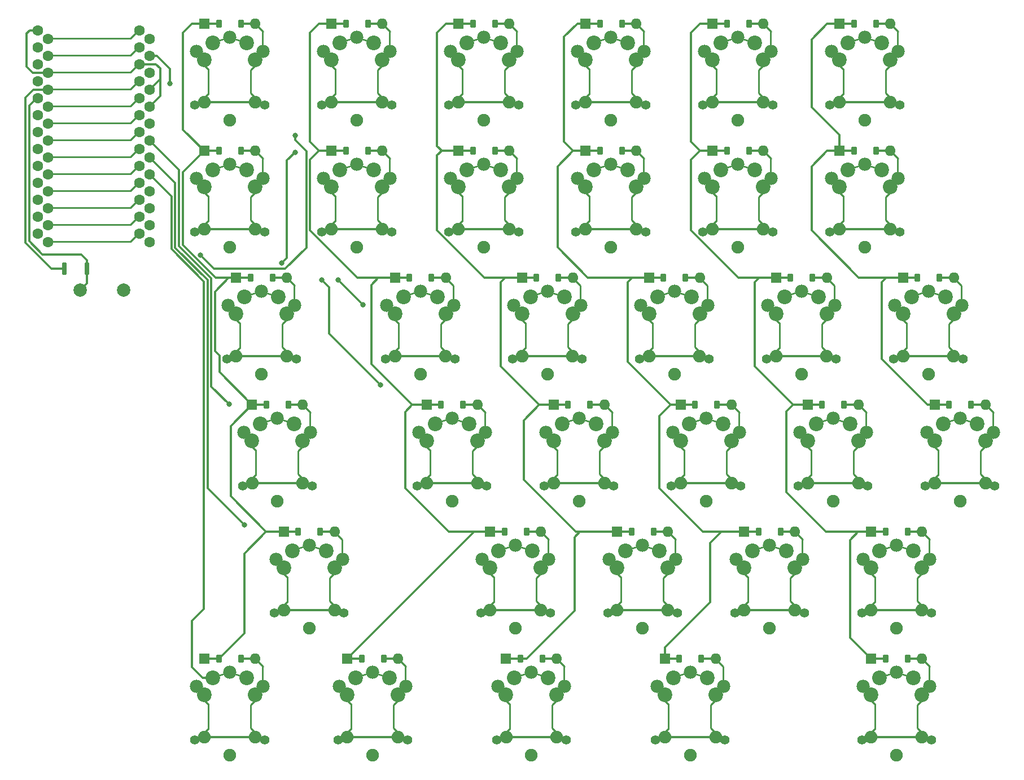
<source format=gbr>
%TF.GenerationSoftware,KiCad,Pcbnew,8.0.6*%
%TF.CreationDate,2025-05-11T12:33:18+09:00*%
%TF.ProjectId,65_split_left,36355f73-706c-4697-945f-6c6566742e6b,rev?*%
%TF.SameCoordinates,PX12f0318PYf8a778*%
%TF.FileFunction,Copper,L1,Top*%
%TF.FilePolarity,Positive*%
%FSLAX46Y46*%
G04 Gerber Fmt 4.6, Leading zero omitted, Abs format (unit mm)*
G04 Created by KiCad (PCBNEW 8.0.6) date 2025-05-11 12:33:18*
%MOMM*%
%LPD*%
G01*
G04 APERTURE LIST*
G04 Aperture macros list*
%AMRoundRect*
0 Rectangle with rounded corners*
0 $1 Rounding radius*
0 $2 $3 $4 $5 $6 $7 $8 $9 X,Y pos of 4 corners*
0 Add a 4 corners polygon primitive as box body*
4,1,4,$2,$3,$4,$5,$6,$7,$8,$9,$2,$3,0*
0 Add four circle primitives for the rounded corners*
1,1,$1+$1,$2,$3*
1,1,$1+$1,$4,$5*
1,1,$1+$1,$6,$7*
1,1,$1+$1,$8,$9*
0 Add four rect primitives between the rounded corners*
20,1,$1+$1,$2,$3,$4,$5,0*
20,1,$1+$1,$4,$5,$6,$7,0*
20,1,$1+$1,$6,$7,$8,$9,0*
20,1,$1+$1,$8,$9,$2,$3,0*%
G04 Aperture macros list end*
%TA.AperFunction,ComponentPad*%
%ADD10C,2.200000*%
%TD*%
%TA.AperFunction,SMDPad,CuDef*%
%ADD11RoundRect,0.041667X0.621050X0.110920X0.568595X0.273325X-0.621050X-0.110920X-0.568595X-0.273325X0*%
%TD*%
%TA.AperFunction,ComponentPad*%
%ADD12C,1.970000*%
%TD*%
%TA.AperFunction,ComponentPad*%
%ADD13C,1.900000*%
%TD*%
%TA.AperFunction,SMDPad,CuDef*%
%ADD14RoundRect,0.041667X0.568595X-0.273325X0.621050X-0.110920X-0.568595X0.273325X-0.621050X0.110920X0*%
%TD*%
%TA.AperFunction,ComponentPad*%
%ADD15R,1.600000X1.600000*%
%TD*%
%TA.AperFunction,SMDPad,CuDef*%
%ADD16RoundRect,0.041667X-0.625080X0.085333X-0.625080X-0.085333X0.625080X-0.085333X0.625080X0.085333X0*%
%TD*%
%TA.AperFunction,SMDPad,CuDef*%
%ADD17RoundRect,0.225000X-0.225000X-0.375000X0.225000X-0.375000X0.225000X0.375000X-0.225000X0.375000X0*%
%TD*%
%TA.AperFunction,ComponentPad*%
%ADD18C,1.400000*%
%TD*%
%TA.AperFunction,SMDPad,CuDef*%
%ADD19RoundRect,0.127000X0.253137X-0.253151X0.253151X-0.253137X-0.253137X0.253151X-0.253151X0.253137X0*%
%TD*%
%TA.AperFunction,SMDPad,CuDef*%
%ADD20RoundRect,0.127000X0.253151X0.253137X0.253137X0.253151X-0.253151X-0.253137X-0.253137X-0.253151X0*%
%TD*%
%TA.AperFunction,SMDPad,CuDef*%
%ADD21RoundRect,0.126999X-0.000010X-1.765555X0.000010X-1.765555X0.000010X1.765555X-0.000010X1.765555X0*%
%TD*%
%TA.AperFunction,SMDPad,CuDef*%
%ADD22RoundRect,0.041667X3.006331X-0.085333X3.006331X0.085333X-3.006331X0.085333X-3.006331X-0.085333X0*%
%TD*%
%TA.AperFunction,SMDPad,CuDef*%
%ADD23RoundRect,0.127000X-0.253151X-0.253137X-0.253137X-0.253151X0.253151X0.253137X0.253137X0.253151X0*%
%TD*%
%TA.AperFunction,SMDPad,CuDef*%
%ADD24RoundRect,0.127000X-0.253137X0.253151X-0.253151X0.253137X0.253137X-0.253151X0.253151X-0.253137X0*%
%TD*%
%TA.AperFunction,ComponentPad*%
%ADD25O,1.600000X1.600000*%
%TD*%
%TA.AperFunction,SMDPad,CuDef*%
%ADD26RoundRect,0.127000X0.702150X-0.702164X0.702164X-0.702150X-0.702150X0.702164X-0.702164X0.702150X0*%
%TD*%
%TA.AperFunction,SMDPad,CuDef*%
%ADD27RoundRect,0.127000X0.000010X1.223024X-0.000010X1.223024X-0.000010X-1.223024X0.000010X-1.223024X0*%
%TD*%
%TA.AperFunction,ComponentPad*%
%ADD28C,2.000000*%
%TD*%
%TA.AperFunction,ComponentPad*%
%ADD29C,1.600000*%
%TD*%
%TA.AperFunction,SMDPad,CuDef*%
%ADD30RoundRect,0.127000X-0.550136X-0.550122X-0.550122X-0.550136X0.550136X0.550122X0.550122X0.550136X0*%
%TD*%
%TA.AperFunction,SMDPad,CuDef*%
%ADD31RoundRect,0.127000X-6.144000X0.000010X-6.144000X-0.000010X6.144000X-0.000010X6.144000X0.000010X0*%
%TD*%
%TA.AperFunction,SMDPad,CuDef*%
%ADD32RoundRect,0.170000X-0.170000X-0.780000X0.170000X-0.780000X0.170000X0.780000X-0.170000X0.780000X0*%
%TD*%
%TA.AperFunction,ComponentPad*%
%ADD33C,0.700000*%
%TD*%
%TA.AperFunction,ViaPad*%
%ADD34C,0.800000*%
%TD*%
%TA.AperFunction,Conductor*%
%ADD35C,0.300000*%
%TD*%
G04 APERTURE END LIST*
D10*
%TO.P,SW32,1,1*%
%TO.N,/ROW 5*%
X75652750Y-99695000D03*
D11*
X76892750Y-99300000D03*
D12*
X78192750Y-98875000D03*
D13*
X78192750Y-111275000D03*
D14*
X79392750Y-99300000D03*
D10*
X80732750Y-99695000D03*
D15*
%TO.P,SW32,2,2*%
%TO.N,/COL 2*%
X74382750Y-96825000D03*
D16*
X75592750Y-96825000D03*
D17*
X76542750Y-96825000D03*
D18*
%TO.P,SW32,3,3*%
%TO.N,unconnected-(SW32-Pad3)_5*%
X72972750Y-108975000D03*
D12*
%TO.N,unconnected-(SW32-Pad3)_12*%
X73192750Y-100975000D03*
D10*
%TO.N,unconnected-(SW32-Pad3)_6*%
X74382750Y-102235000D03*
D13*
%TO.N,unconnected-(SW32-Pad3)_4*%
X74392750Y-108575000D03*
D19*
%TO.N,unconnected-(SW32-Pad3)_9*%
X74763750Y-103505000D03*
D20*
%TO.N,unconnected-(SW32-Pad3)_16*%
X74763750Y-107569000D03*
D21*
%TO.N,unconnected-(SW32-Pad3)_1*%
X75017751Y-105549445D03*
D22*
%TO.N,unconnected-(SW32-Pad3)_8*%
X78192748Y-108585000D03*
D17*
%TO.N,unconnected-(SW32-Pad3)_18*%
X79842750Y-96825000D03*
D16*
%TO.N,unconnected-(SW32-Pad3)_17*%
X80692750Y-96825000D03*
D21*
%TO.N,unconnected-(SW32-Pad3)_19*%
X81367749Y-105549445D03*
D23*
%TO.N,unconnected-(SW32-Pad3)_10*%
X81621750Y-103505000D03*
D24*
%TO.N,unconnected-(SW32-Pad3)_15*%
X81621750Y-107569000D03*
D13*
%TO.N,unconnected-(SW32-Pad3)_11*%
X81992750Y-108575000D03*
D25*
%TO.N,unconnected-(SW32-Pad3)_13*%
X82002750Y-96825000D03*
D10*
%TO.N,unconnected-(SW32-Pad3)_14*%
X82002750Y-102235000D03*
D26*
%TO.N,unconnected-(SW32-Pad3)_20*%
X82492750Y-97325000D03*
D12*
%TO.N,unconnected-(SW32-Pad3)_7*%
X83192750Y-100975000D03*
D27*
%TO.N,unconnected-(SW32-Pad3)_21*%
X83194250Y-99255025D03*
D18*
%TO.N,unconnected-(SW32-Pad3)_3*%
X83412750Y-108975000D03*
%TD*%
D10*
%TO.P,SW28,1,1*%
%TO.N,/ROW 4*%
X111371500Y-80645000D03*
D11*
X112611500Y-80250000D03*
D12*
X113911500Y-79825000D03*
D13*
X113911500Y-92225000D03*
D14*
X115111500Y-80250000D03*
D10*
X116451500Y-80645000D03*
D15*
%TO.P,SW28,2,2*%
%TO.N,/COL 3*%
X110101500Y-77775000D03*
D16*
X111311500Y-77775000D03*
D17*
X112261500Y-77775000D03*
D18*
%TO.P,SW28,3,3*%
%TO.N,unconnected-(SW28-Pad3)_5*%
X108691500Y-89925000D03*
D12*
%TO.N,unconnected-(SW28-Pad3)_4*%
X108911500Y-81925000D03*
D10*
%TO.N,unconnected-(SW28-Pad3)_12*%
X110101500Y-83185000D03*
D13*
%TO.N,unconnected-(SW28-Pad3)_18*%
X110111500Y-89525000D03*
D19*
%TO.N,unconnected-(SW28-Pad3)_7*%
X110482500Y-84455000D03*
D20*
%TO.N,unconnected-(SW28-Pad3)_8*%
X110482500Y-88519000D03*
D21*
%TO.N,unconnected-(SW28-Pad3)_10*%
X110736501Y-86499445D03*
D22*
%TO.N,unconnected-(SW28-Pad3)_17*%
X113911498Y-89535000D03*
D17*
%TO.N,unconnected-(SW28-Pad3)_3*%
X115561500Y-77775000D03*
D16*
%TO.N,unconnected-(SW28-Pad3)*%
X116411500Y-77775000D03*
D21*
%TO.N,unconnected-(SW28-Pad3)_15*%
X117086499Y-86499445D03*
D23*
%TO.N,unconnected-(SW28-Pad3)_21*%
X117340500Y-84455000D03*
D24*
%TO.N,unconnected-(SW28-Pad3)_9*%
X117340500Y-88519000D03*
D13*
%TO.N,unconnected-(SW28-Pad3)_11*%
X117711500Y-89525000D03*
D25*
%TO.N,unconnected-(SW28-Pad3)_2*%
X117721500Y-77775000D03*
D10*
%TO.N,unconnected-(SW28-Pad3)_1*%
X117721500Y-83185000D03*
D26*
%TO.N,unconnected-(SW28-Pad3)_14*%
X118211500Y-78275000D03*
D12*
%TO.N,unconnected-(SW28-Pad3)_13*%
X118911500Y-81925000D03*
D27*
%TO.N,unconnected-(SW28-Pad3)_19*%
X118913000Y-80205025D03*
D18*
%TO.N,unconnected-(SW28-Pad3)_16*%
X119131500Y-89925000D03*
%TD*%
D10*
%TO.P,SW11,1,1*%
%TO.N,/ROW 1*%
X106609000Y-23495000D03*
D11*
X107849000Y-23100000D03*
D12*
X109149000Y-22675000D03*
D13*
X109149000Y-35075000D03*
D14*
X110349000Y-23100000D03*
D10*
X111689000Y-23495000D03*
D15*
%TO.P,SW11,2,2*%
%TO.N,/COL 4*%
X105339000Y-20625000D03*
D16*
X106549000Y-20625000D03*
D17*
X107499000Y-20625000D03*
D18*
%TO.P,SW11,3,3*%
%TO.N,unconnected-(SW11-Pad3)_11*%
X103929000Y-32775000D03*
D12*
%TO.N,unconnected-(SW11-Pad3)_15*%
X104149000Y-24775000D03*
D10*
%TO.N,unconnected-(SW11-Pad3)_16*%
X105339000Y-26035000D03*
D13*
%TO.N,unconnected-(SW11-Pad3)_17*%
X105349000Y-32375000D03*
D19*
%TO.N,unconnected-(SW11-Pad3)_5*%
X105720000Y-27305000D03*
D20*
%TO.N,unconnected-(SW11-Pad3)_7*%
X105720000Y-31369000D03*
D21*
%TO.N,unconnected-(SW11-Pad3)_8*%
X105974001Y-29349445D03*
D22*
%TO.N,unconnected-(SW11-Pad3)_4*%
X109148998Y-32385000D03*
D17*
%TO.N,unconnected-(SW11-Pad3)_3*%
X110799000Y-20625000D03*
D16*
%TO.N,unconnected-(SW11-Pad3)_13*%
X111649000Y-20625000D03*
D21*
%TO.N,unconnected-(SW11-Pad3)_21*%
X112323999Y-29349445D03*
D23*
%TO.N,unconnected-(SW11-Pad3)_1*%
X112578000Y-27305000D03*
D24*
%TO.N,unconnected-(SW11-Pad3)_20*%
X112578000Y-31369000D03*
D13*
%TO.N,unconnected-(SW11-Pad3)_2*%
X112949000Y-32375000D03*
D25*
%TO.N,unconnected-(SW11-Pad3)_12*%
X112959000Y-20625000D03*
D10*
%TO.N,unconnected-(SW11-Pad3)_9*%
X112959000Y-26035000D03*
D26*
%TO.N,unconnected-(SW11-Pad3)_18*%
X113449000Y-21125000D03*
D12*
%TO.N,unconnected-(SW11-Pad3)_10*%
X114149000Y-24775000D03*
D27*
%TO.N,unconnected-(SW11-Pad3)*%
X114150500Y-23055025D03*
D18*
%TO.N,unconnected-(SW11-Pad3)_19*%
X114369000Y-32775000D03*
%TD*%
D10*
%TO.P,SW20,1,1*%
%TO.N,/ROW 3*%
X63746500Y-61595000D03*
D11*
X64986500Y-61200000D03*
D12*
X66286500Y-60775000D03*
D13*
X66286500Y-73175000D03*
D14*
X67486500Y-61200000D03*
D10*
X68826500Y-61595000D03*
D15*
%TO.P,SW20,2,2*%
%TO.N,/COL 1*%
X62476500Y-58725000D03*
D16*
X63686500Y-58725000D03*
D17*
X64636500Y-58725000D03*
D18*
%TO.P,SW20,3,3*%
%TO.N,unconnected-(SW20-Pad3)_3*%
X61066500Y-70875000D03*
D12*
%TO.N,unconnected-(SW20-Pad3)_13*%
X61286500Y-62875000D03*
D10*
%TO.N,unconnected-(SW20-Pad3)_12*%
X62476500Y-64135000D03*
D13*
%TO.N,unconnected-(SW20-Pad3)_19*%
X62486500Y-70475000D03*
D19*
%TO.N,unconnected-(SW20-Pad3)_14*%
X62857500Y-65405000D03*
D20*
%TO.N,unconnected-(SW20-Pad3)_9*%
X62857500Y-69469000D03*
D21*
%TO.N,unconnected-(SW20-Pad3)_8*%
X63111501Y-67449445D03*
D22*
%TO.N,unconnected-(SW20-Pad3)_21*%
X66286498Y-70485000D03*
D17*
%TO.N,unconnected-(SW20-Pad3)_18*%
X67936500Y-58725000D03*
D16*
%TO.N,unconnected-(SW20-Pad3)_6*%
X68786500Y-58725000D03*
D21*
%TO.N,unconnected-(SW20-Pad3)_16*%
X69461499Y-67449445D03*
D23*
%TO.N,unconnected-(SW20-Pad3)_5*%
X69715500Y-65405000D03*
D24*
%TO.N,unconnected-(SW20-Pad3)_4*%
X69715500Y-69469000D03*
D13*
%TO.N,unconnected-(SW20-Pad3)_2*%
X70086500Y-70475000D03*
D25*
%TO.N,unconnected-(SW20-Pad3)_7*%
X70096500Y-58725000D03*
D10*
%TO.N,unconnected-(SW20-Pad3)_17*%
X70096500Y-64135000D03*
D26*
%TO.N,unconnected-(SW20-Pad3)_11*%
X70586500Y-59225000D03*
D12*
%TO.N,unconnected-(SW20-Pad3)*%
X71286500Y-62875000D03*
D27*
%TO.N,unconnected-(SW20-Pad3)_20*%
X71288000Y-61155025D03*
D18*
%TO.N,unconnected-(SW20-Pad3)_15*%
X71506500Y-70875000D03*
%TD*%
D10*
%TO.P,SW9,1,1*%
%TO.N,/ROW 1*%
X68509000Y-23495000D03*
D11*
X69749000Y-23100000D03*
D12*
X71049000Y-22675000D03*
D13*
X71049000Y-35075000D03*
D14*
X72249000Y-23100000D03*
D10*
X73589000Y-23495000D03*
D15*
%TO.P,SW9,2,2*%
%TO.N,/COL 2*%
X67239000Y-20625000D03*
D16*
X68449000Y-20625000D03*
D17*
X69399000Y-20625000D03*
D18*
%TO.P,SW9,3,3*%
%TO.N,unconnected-(SW9-Pad3)_6*%
X65829000Y-32775000D03*
D12*
%TO.N,unconnected-(SW9-Pad3)*%
X66049000Y-24775000D03*
D10*
%TO.N,unconnected-(SW9-Pad3)_13*%
X67239000Y-26035000D03*
D13*
%TO.N,unconnected-(SW9-Pad3)_16*%
X67249000Y-32375000D03*
D19*
%TO.N,unconnected-(SW9-Pad3)_5*%
X67620000Y-27305000D03*
D20*
%TO.N,unconnected-(SW9-Pad3)_21*%
X67620000Y-31369000D03*
D21*
%TO.N,unconnected-(SW9-Pad3)_20*%
X67874001Y-29349445D03*
D22*
%TO.N,unconnected-(SW9-Pad3)_7*%
X71048998Y-32385000D03*
D17*
%TO.N,unconnected-(SW9-Pad3)_4*%
X72699000Y-20625000D03*
D16*
%TO.N,unconnected-(SW9-Pad3)_8*%
X73549000Y-20625000D03*
D21*
%TO.N,unconnected-(SW9-Pad3)_17*%
X74223999Y-29349445D03*
D23*
%TO.N,unconnected-(SW9-Pad3)_9*%
X74478000Y-27305000D03*
D24*
%TO.N,unconnected-(SW9-Pad3)_18*%
X74478000Y-31369000D03*
D13*
%TO.N,unconnected-(SW9-Pad3)_15*%
X74849000Y-32375000D03*
D25*
%TO.N,unconnected-(SW9-Pad3)_14*%
X74859000Y-20625000D03*
D10*
%TO.N,unconnected-(SW9-Pad3)_3*%
X74859000Y-26035000D03*
D26*
%TO.N,unconnected-(SW9-Pad3)_1*%
X75349000Y-21125000D03*
D12*
%TO.N,unconnected-(SW9-Pad3)_12*%
X76049000Y-24775000D03*
D27*
%TO.N,unconnected-(SW9-Pad3)_2*%
X76050500Y-23055025D03*
D18*
%TO.N,unconnected-(SW9-Pad3)_11*%
X76269000Y-32775000D03*
%TD*%
D10*
%TO.P,SW29,1,1*%
%TO.N,/ROW 4*%
X130421500Y-80645000D03*
D11*
X131661500Y-80250000D03*
D12*
X132961500Y-79825000D03*
D13*
X132961500Y-92225000D03*
D14*
X134161500Y-80250000D03*
D10*
X135501500Y-80645000D03*
D15*
%TO.P,SW29,2,2*%
%TO.N,/COL 4*%
X129151500Y-77775000D03*
D16*
X130361500Y-77775000D03*
D17*
X131311500Y-77775000D03*
D18*
%TO.P,SW29,3,3*%
%TO.N,unconnected-(SW29-Pad3)_2*%
X127741500Y-89925000D03*
D12*
%TO.N,unconnected-(SW29-Pad3)_16*%
X127961500Y-81925000D03*
D10*
%TO.N,unconnected-(SW29-Pad3)_21*%
X129151500Y-83185000D03*
D13*
%TO.N,unconnected-(SW29-Pad3)_11*%
X129161500Y-89525000D03*
D19*
%TO.N,unconnected-(SW29-Pad3)_14*%
X129532500Y-84455000D03*
D20*
%TO.N,unconnected-(SW29-Pad3)_17*%
X129532500Y-88519000D03*
D21*
%TO.N,unconnected-(SW29-Pad3)_9*%
X129786501Y-86499445D03*
D22*
%TO.N,unconnected-(SW29-Pad3)*%
X132961498Y-89535000D03*
D17*
%TO.N,unconnected-(SW29-Pad3)_15*%
X134611500Y-77775000D03*
D16*
%TO.N,unconnected-(SW29-Pad3)_1*%
X135461500Y-77775000D03*
D21*
%TO.N,unconnected-(SW29-Pad3)_10*%
X136136499Y-86499445D03*
D23*
%TO.N,unconnected-(SW29-Pad3)_6*%
X136390500Y-84455000D03*
D24*
%TO.N,unconnected-(SW29-Pad3)_18*%
X136390500Y-88519000D03*
D13*
%TO.N,unconnected-(SW29-Pad3)_20*%
X136761500Y-89525000D03*
D25*
%TO.N,unconnected-(SW29-Pad3)_3*%
X136771500Y-77775000D03*
D10*
%TO.N,unconnected-(SW29-Pad3)_7*%
X136771500Y-83185000D03*
D26*
%TO.N,unconnected-(SW29-Pad3)_5*%
X137261500Y-78275000D03*
D12*
%TO.N,unconnected-(SW29-Pad3)_12*%
X137961500Y-81925000D03*
D27*
%TO.N,unconnected-(SW29-Pad3)_19*%
X137963000Y-80205025D03*
D18*
%TO.N,unconnected-(SW29-Pad3)_8*%
X138181500Y-89925000D03*
%TD*%
D10*
%TO.P,SW18,1,1*%
%TO.N,/ROW 2*%
X135184000Y-42545000D03*
D11*
X136424000Y-42150000D03*
D12*
X137724000Y-41725000D03*
D13*
X137724000Y-54125000D03*
D14*
X138924000Y-42150000D03*
D10*
X140264000Y-42545000D03*
D15*
%TO.P,SW18,2,2*%
%TO.N,/COL 5*%
X133914000Y-39675000D03*
D16*
X135124000Y-39675000D03*
D17*
X136074000Y-39675000D03*
D18*
%TO.P,SW18,3,3*%
%TO.N,unconnected-(SW18-Pad3)_18*%
X132504000Y-51825000D03*
D12*
%TO.N,unconnected-(SW18-Pad3)*%
X132724000Y-43825000D03*
D10*
%TO.N,unconnected-(SW18-Pad3)_14*%
X133914000Y-45085000D03*
D13*
%TO.N,unconnected-(SW18-Pad3)_10*%
X133924000Y-51425000D03*
D19*
%TO.N,unconnected-(SW18-Pad3)_5*%
X134295000Y-46355000D03*
D20*
%TO.N,unconnected-(SW18-Pad3)_6*%
X134295000Y-50419000D03*
D21*
%TO.N,unconnected-(SW18-Pad3)_7*%
X134549001Y-48399445D03*
D22*
%TO.N,unconnected-(SW18-Pad3)_1*%
X137723998Y-51435000D03*
D17*
%TO.N,unconnected-(SW18-Pad3)_13*%
X139374000Y-39675000D03*
D16*
%TO.N,unconnected-(SW18-Pad3)_8*%
X140224000Y-39675000D03*
D21*
%TO.N,unconnected-(SW18-Pad3)_4*%
X140898999Y-48399445D03*
D23*
%TO.N,unconnected-(SW18-Pad3)_12*%
X141153000Y-46355000D03*
D24*
%TO.N,unconnected-(SW18-Pad3)_20*%
X141153000Y-50419000D03*
D13*
%TO.N,unconnected-(SW18-Pad3)_19*%
X141524000Y-51425000D03*
D25*
%TO.N,unconnected-(SW18-Pad3)_21*%
X141534000Y-39675000D03*
D10*
%TO.N,unconnected-(SW18-Pad3)_3*%
X141534000Y-45085000D03*
D26*
%TO.N,unconnected-(SW18-Pad3)_15*%
X142024000Y-40175000D03*
D12*
%TO.N,unconnected-(SW18-Pad3)_2*%
X142724000Y-43825000D03*
D27*
%TO.N,unconnected-(SW18-Pad3)_16*%
X142725500Y-42105025D03*
D18*
%TO.N,unconnected-(SW18-Pad3)_11*%
X142944000Y-51825000D03*
%TD*%
D10*
%TO.P,SW21,1,1*%
%TO.N,/ROW 3*%
X82796500Y-61595000D03*
D11*
X84036500Y-61200000D03*
D12*
X85336500Y-60775000D03*
D13*
X85336500Y-73175000D03*
D14*
X86536500Y-61200000D03*
D10*
X87876500Y-61595000D03*
D15*
%TO.P,SW21,2,2*%
%TO.N,/COL 2*%
X81526500Y-58725000D03*
D16*
X82736500Y-58725000D03*
D17*
X83686500Y-58725000D03*
D18*
%TO.P,SW21,3,3*%
%TO.N,unconnected-(SW21-Pad3)_1*%
X80116500Y-70875000D03*
D12*
%TO.N,unconnected-(SW21-Pad3)_14*%
X80336500Y-62875000D03*
D10*
%TO.N,unconnected-(SW21-Pad3)_19*%
X81526500Y-64135000D03*
D13*
%TO.N,unconnected-(SW21-Pad3)_15*%
X81536500Y-70475000D03*
D19*
%TO.N,unconnected-(SW21-Pad3)_3*%
X81907500Y-65405000D03*
D20*
%TO.N,unconnected-(SW21-Pad3)_12*%
X81907500Y-69469000D03*
D21*
%TO.N,unconnected-(SW21-Pad3)_16*%
X82161501Y-67449445D03*
D22*
%TO.N,unconnected-(SW21-Pad3)_5*%
X85336498Y-70485000D03*
D17*
%TO.N,unconnected-(SW21-Pad3)_8*%
X86986500Y-58725000D03*
D16*
%TO.N,unconnected-(SW21-Pad3)*%
X87836500Y-58725000D03*
D21*
%TO.N,unconnected-(SW21-Pad3)_7*%
X88511499Y-67449445D03*
D23*
%TO.N,unconnected-(SW21-Pad3)_17*%
X88765500Y-65405000D03*
D24*
%TO.N,unconnected-(SW21-Pad3)_6*%
X88765500Y-69469000D03*
D13*
%TO.N,unconnected-(SW21-Pad3)_21*%
X89136500Y-70475000D03*
D25*
%TO.N,unconnected-(SW21-Pad3)_20*%
X89146500Y-58725000D03*
D10*
%TO.N,unconnected-(SW21-Pad3)_10*%
X89146500Y-64135000D03*
D26*
%TO.N,unconnected-(SW21-Pad3)_2*%
X89636500Y-59225000D03*
D12*
%TO.N,unconnected-(SW21-Pad3)_11*%
X90336500Y-62875000D03*
D27*
%TO.N,unconnected-(SW21-Pad3)_9*%
X90338000Y-61155025D03*
D18*
%TO.N,unconnected-(SW21-Pad3)_18*%
X90556500Y-70875000D03*
%TD*%
D28*
%TO.P,J2,1,Pin_1*%
%TO.N,GND*%
X10500000Y-41500000D03*
%TD*%
D10*
%TO.P,SW3,1,1*%
%TO.N,/ROW 0*%
X68509000Y-4445000D03*
D11*
X69749000Y-4050000D03*
D12*
X71049000Y-3625000D03*
D13*
X71049000Y-16025000D03*
D14*
X72249000Y-4050000D03*
D10*
X73589000Y-4445000D03*
D15*
%TO.P,SW3,2,2*%
%TO.N,/COL 2*%
X67239000Y-1575000D03*
D16*
X68449000Y-1575000D03*
D17*
X69399000Y-1575000D03*
D18*
%TO.P,SW3,3,3*%
%TO.N,unconnected-(SW3-Pad3)_18*%
X65829000Y-13725000D03*
D12*
%TO.N,unconnected-(SW3-Pad3)_9*%
X66049000Y-5725000D03*
D10*
%TO.N,unconnected-(SW3-Pad3)*%
X67239000Y-6985000D03*
D13*
%TO.N,unconnected-(SW3-Pad3)_2*%
X67249000Y-13325000D03*
D19*
%TO.N,unconnected-(SW3-Pad3)_13*%
X67620000Y-8255000D03*
D20*
%TO.N,unconnected-(SW3-Pad3)_14*%
X67620000Y-12319000D03*
D21*
%TO.N,unconnected-(SW3-Pad3)_7*%
X67874001Y-10299445D03*
D22*
%TO.N,unconnected-(SW3-Pad3)_16*%
X71048998Y-13335000D03*
D17*
%TO.N,unconnected-(SW3-Pad3)_1*%
X72699000Y-1575000D03*
D16*
%TO.N,unconnected-(SW3-Pad3)_6*%
X73549000Y-1575000D03*
D21*
%TO.N,unconnected-(SW3-Pad3)_17*%
X74223999Y-10299445D03*
D23*
%TO.N,unconnected-(SW3-Pad3)_21*%
X74478000Y-8255000D03*
D24*
%TO.N,unconnected-(SW3-Pad3)_15*%
X74478000Y-12319000D03*
D13*
%TO.N,unconnected-(SW3-Pad3)_4*%
X74849000Y-13325000D03*
D25*
%TO.N,unconnected-(SW3-Pad3)_12*%
X74859000Y-1575000D03*
D10*
%TO.N,unconnected-(SW3-Pad3)_11*%
X74859000Y-6985000D03*
D26*
%TO.N,unconnected-(SW3-Pad3)_20*%
X75349000Y-2075000D03*
D12*
%TO.N,unconnected-(SW3-Pad3)_3*%
X76049000Y-5725000D03*
D27*
%TO.N,unconnected-(SW3-Pad3)_8*%
X76050500Y-4005025D03*
D18*
%TO.N,unconnected-(SW3-Pad3)_19*%
X76269000Y-13725000D03*
%TD*%
D10*
%TO.P,SW34,1,1*%
%TO.N,/ROW 5*%
X130421500Y-99695000D03*
D11*
X131661500Y-99300000D03*
D12*
X132961500Y-98875000D03*
D13*
X132961500Y-111275000D03*
D14*
X134161500Y-99300000D03*
D10*
X135501500Y-99695000D03*
D15*
%TO.P,SW34,2,2*%
%TO.N,/COL 4*%
X129151500Y-96825000D03*
D16*
X130361500Y-96825000D03*
D17*
X131311500Y-96825000D03*
D18*
%TO.P,SW34,3,3*%
%TO.N,unconnected-(SW34-Pad3)*%
X127741500Y-108975000D03*
D12*
%TO.N,unconnected-(SW34-Pad3)_15*%
X127961500Y-100975000D03*
D10*
%TO.N,unconnected-(SW34-Pad3)_21*%
X129151500Y-102235000D03*
D13*
%TO.N,unconnected-(SW34-Pad3)_8*%
X129161500Y-108575000D03*
D19*
%TO.N,unconnected-(SW34-Pad3)_20*%
X129532500Y-103505000D03*
D20*
%TO.N,unconnected-(SW34-Pad3)_11*%
X129532500Y-107569000D03*
D21*
%TO.N,unconnected-(SW34-Pad3)_19*%
X129786501Y-105549445D03*
D22*
%TO.N,unconnected-(SW34-Pad3)_3*%
X132961498Y-108585000D03*
D17*
%TO.N,unconnected-(SW34-Pad3)_10*%
X134611500Y-96825000D03*
D16*
%TO.N,unconnected-(SW34-Pad3)_9*%
X135461500Y-96825000D03*
D21*
%TO.N,unconnected-(SW34-Pad3)_1*%
X136136499Y-105549445D03*
D23*
%TO.N,unconnected-(SW34-Pad3)_2*%
X136390500Y-103505000D03*
D24*
%TO.N,unconnected-(SW34-Pad3)_5*%
X136390500Y-107569000D03*
D13*
%TO.N,unconnected-(SW34-Pad3)_4*%
X136761500Y-108575000D03*
D25*
%TO.N,unconnected-(SW34-Pad3)_14*%
X136771500Y-96825000D03*
D10*
%TO.N,unconnected-(SW34-Pad3)_6*%
X136771500Y-102235000D03*
D26*
%TO.N,unconnected-(SW34-Pad3)_17*%
X137261500Y-97325000D03*
D12*
%TO.N,unconnected-(SW34-Pad3)_18*%
X137961500Y-100975000D03*
D27*
%TO.N,unconnected-(SW34-Pad3)_7*%
X137963000Y-99255025D03*
D18*
%TO.N,unconnected-(SW34-Pad3)_16*%
X138181500Y-108975000D03*
%TD*%
D10*
%TO.P,SW14,1,1*%
%TO.N,/ROW 2*%
X58984000Y-42545000D03*
D11*
X60224000Y-42150000D03*
D12*
X61524000Y-41725000D03*
D13*
X61524000Y-54125000D03*
D14*
X62724000Y-42150000D03*
D10*
X64064000Y-42545000D03*
D15*
%TO.P,SW14,2,2*%
%TO.N,/COL 1*%
X57714000Y-39675000D03*
D16*
X58924000Y-39675000D03*
D17*
X59874000Y-39675000D03*
D18*
%TO.P,SW14,3,3*%
%TO.N,unconnected-(SW14-Pad3)_7*%
X56304000Y-51825000D03*
D12*
%TO.N,unconnected-(SW14-Pad3)_21*%
X56524000Y-43825000D03*
D10*
%TO.N,unconnected-(SW14-Pad3)_3*%
X57714000Y-45085000D03*
D13*
%TO.N,unconnected-(SW14-Pad3)_17*%
X57724000Y-51425000D03*
D19*
%TO.N,unconnected-(SW14-Pad3)_15*%
X58095000Y-46355000D03*
D20*
%TO.N,unconnected-(SW14-Pad3)_20*%
X58095000Y-50419000D03*
D21*
%TO.N,unconnected-(SW14-Pad3)_1*%
X58349001Y-48399445D03*
D22*
%TO.N,unconnected-(SW14-Pad3)_19*%
X61523998Y-51435000D03*
D17*
%TO.N,unconnected-(SW14-Pad3)_10*%
X63174000Y-39675000D03*
D16*
%TO.N,unconnected-(SW14-Pad3)_13*%
X64024000Y-39675000D03*
D21*
%TO.N,unconnected-(SW14-Pad3)_18*%
X64698999Y-48399445D03*
D23*
%TO.N,unconnected-(SW14-Pad3)_6*%
X64953000Y-46355000D03*
D24*
%TO.N,unconnected-(SW14-Pad3)_4*%
X64953000Y-50419000D03*
D13*
%TO.N,unconnected-(SW14-Pad3)_11*%
X65324000Y-51425000D03*
D25*
%TO.N,unconnected-(SW14-Pad3)_2*%
X65334000Y-39675000D03*
D10*
%TO.N,unconnected-(SW14-Pad3)_9*%
X65334000Y-45085000D03*
D26*
%TO.N,unconnected-(SW14-Pad3)_16*%
X65824000Y-40175000D03*
D12*
%TO.N,unconnected-(SW14-Pad3)_8*%
X66524000Y-43825000D03*
D27*
%TO.N,unconnected-(SW14-Pad3)_5*%
X66525500Y-42105025D03*
D18*
%TO.N,unconnected-(SW14-Pad3)*%
X66744000Y-51825000D03*
%TD*%
D10*
%TO.P,SW10,1,1*%
%TO.N,/ROW 1*%
X87559000Y-23495000D03*
D11*
X88799000Y-23100000D03*
D12*
X90099000Y-22675000D03*
D13*
X90099000Y-35075000D03*
D14*
X91299000Y-23100000D03*
D10*
X92639000Y-23495000D03*
D15*
%TO.P,SW10,2,2*%
%TO.N,/COL 3*%
X86289000Y-20625000D03*
D16*
X87499000Y-20625000D03*
D17*
X88449000Y-20625000D03*
D18*
%TO.P,SW10,3,3*%
%TO.N,unconnected-(SW10-Pad3)*%
X84879000Y-32775000D03*
D12*
%TO.N,unconnected-(SW10-Pad3)_17*%
X85099000Y-24775000D03*
D10*
%TO.N,unconnected-(SW10-Pad3)_16*%
X86289000Y-26035000D03*
D13*
%TO.N,unconnected-(SW10-Pad3)_19*%
X86299000Y-32375000D03*
D19*
%TO.N,unconnected-(SW10-Pad3)_2*%
X86670000Y-27305000D03*
D20*
%TO.N,unconnected-(SW10-Pad3)_18*%
X86670000Y-31369000D03*
D21*
%TO.N,unconnected-(SW10-Pad3)_20*%
X86924001Y-29349445D03*
D22*
%TO.N,unconnected-(SW10-Pad3)_8*%
X90098998Y-32385000D03*
D17*
%TO.N,unconnected-(SW10-Pad3)_3*%
X91749000Y-20625000D03*
D16*
%TO.N,unconnected-(SW10-Pad3)_7*%
X92599000Y-20625000D03*
D21*
%TO.N,unconnected-(SW10-Pad3)_1*%
X93273999Y-29349445D03*
D23*
%TO.N,unconnected-(SW10-Pad3)_12*%
X93528000Y-27305000D03*
D24*
%TO.N,unconnected-(SW10-Pad3)_15*%
X93528000Y-31369000D03*
D13*
%TO.N,unconnected-(SW10-Pad3)_9*%
X93899000Y-32375000D03*
D25*
%TO.N,unconnected-(SW10-Pad3)_13*%
X93909000Y-20625000D03*
D10*
%TO.N,unconnected-(SW10-Pad3)_14*%
X93909000Y-26035000D03*
D26*
%TO.N,unconnected-(SW10-Pad3)_4*%
X94399000Y-21125000D03*
D12*
%TO.N,unconnected-(SW10-Pad3)_11*%
X95099000Y-24775000D03*
D27*
%TO.N,unconnected-(SW10-Pad3)_10*%
X95100500Y-23055025D03*
D18*
%TO.N,unconnected-(SW10-Pad3)_21*%
X95319000Y-32775000D03*
%TD*%
D10*
%TO.P,SW15,1,1*%
%TO.N,/ROW 2*%
X78034000Y-42545000D03*
D11*
X79274000Y-42150000D03*
D12*
X80574000Y-41725000D03*
D13*
X80574000Y-54125000D03*
D14*
X81774000Y-42150000D03*
D10*
X83114000Y-42545000D03*
D15*
%TO.P,SW15,2,2*%
%TO.N,/COL 2*%
X76764000Y-39675000D03*
D16*
X77974000Y-39675000D03*
D17*
X78924000Y-39675000D03*
D18*
%TO.P,SW15,3,3*%
%TO.N,unconnected-(SW15-Pad3)_10*%
X75354000Y-51825000D03*
D12*
%TO.N,unconnected-(SW15-Pad3)_9*%
X75574000Y-43825000D03*
D10*
%TO.N,unconnected-(SW15-Pad3)_11*%
X76764000Y-45085000D03*
D13*
%TO.N,unconnected-(SW15-Pad3)_2*%
X76774000Y-51425000D03*
D19*
%TO.N,unconnected-(SW15-Pad3)_19*%
X77145000Y-46355000D03*
D20*
%TO.N,unconnected-(SW15-Pad3)_21*%
X77145000Y-50419000D03*
D21*
%TO.N,unconnected-(SW15-Pad3)*%
X77399001Y-48399445D03*
D22*
%TO.N,unconnected-(SW15-Pad3)_17*%
X80573998Y-51435000D03*
D17*
%TO.N,unconnected-(SW15-Pad3)_4*%
X82224000Y-39675000D03*
D16*
%TO.N,unconnected-(SW15-Pad3)_12*%
X83074000Y-39675000D03*
D21*
%TO.N,unconnected-(SW15-Pad3)_15*%
X83748999Y-48399445D03*
D23*
%TO.N,unconnected-(SW15-Pad3)_16*%
X84003000Y-46355000D03*
D24*
%TO.N,unconnected-(SW15-Pad3)_20*%
X84003000Y-50419000D03*
D13*
%TO.N,unconnected-(SW15-Pad3)_3*%
X84374000Y-51425000D03*
D25*
%TO.N,unconnected-(SW15-Pad3)_13*%
X84384000Y-39675000D03*
D10*
%TO.N,unconnected-(SW15-Pad3)_14*%
X84384000Y-45085000D03*
D26*
%TO.N,unconnected-(SW15-Pad3)_8*%
X84874000Y-40175000D03*
D12*
%TO.N,unconnected-(SW15-Pad3)_6*%
X85574000Y-43825000D03*
D27*
%TO.N,unconnected-(SW15-Pad3)_5*%
X85575500Y-42105025D03*
D18*
%TO.N,unconnected-(SW15-Pad3)_1*%
X85794000Y-51825000D03*
%TD*%
D10*
%TO.P,SW27,1,1*%
%TO.N,/ROW 4*%
X92321500Y-80645000D03*
D11*
X93561500Y-80250000D03*
D12*
X94861500Y-79825000D03*
D13*
X94861500Y-92225000D03*
D14*
X96061500Y-80250000D03*
D10*
X97401500Y-80645000D03*
D15*
%TO.P,SW27,2,2*%
%TO.N,/COL 2*%
X91051500Y-77775000D03*
D16*
X92261500Y-77775000D03*
D17*
X93211500Y-77775000D03*
D18*
%TO.P,SW27,3,3*%
%TO.N,unconnected-(SW27-Pad3)_17*%
X89641500Y-89925000D03*
D12*
%TO.N,unconnected-(SW27-Pad3)_4*%
X89861500Y-81925000D03*
D10*
%TO.N,unconnected-(SW27-Pad3)_3*%
X91051500Y-83185000D03*
D13*
%TO.N,unconnected-(SW27-Pad3)_20*%
X91061500Y-89525000D03*
D19*
%TO.N,unconnected-(SW27-Pad3)*%
X91432500Y-84455000D03*
D20*
%TO.N,unconnected-(SW27-Pad3)_9*%
X91432500Y-88519000D03*
D21*
%TO.N,unconnected-(SW27-Pad3)_19*%
X91686501Y-86499445D03*
D22*
%TO.N,unconnected-(SW27-Pad3)_10*%
X94861498Y-89535000D03*
D17*
%TO.N,unconnected-(SW27-Pad3)_1*%
X96511500Y-77775000D03*
D16*
%TO.N,unconnected-(SW27-Pad3)_14*%
X97361500Y-77775000D03*
D21*
%TO.N,unconnected-(SW27-Pad3)_7*%
X98036499Y-86499445D03*
D23*
%TO.N,unconnected-(SW27-Pad3)_5*%
X98290500Y-84455000D03*
D24*
%TO.N,unconnected-(SW27-Pad3)_13*%
X98290500Y-88519000D03*
D13*
%TO.N,unconnected-(SW27-Pad3)_15*%
X98661500Y-89525000D03*
D25*
%TO.N,unconnected-(SW27-Pad3)_2*%
X98671500Y-77775000D03*
D10*
%TO.N,unconnected-(SW27-Pad3)_11*%
X98671500Y-83185000D03*
D26*
%TO.N,unconnected-(SW27-Pad3)_16*%
X99161500Y-78275000D03*
D12*
%TO.N,unconnected-(SW27-Pad3)_12*%
X99861500Y-81925000D03*
D27*
%TO.N,unconnected-(SW27-Pad3)_21*%
X99863000Y-80205025D03*
D18*
%TO.N,unconnected-(SW27-Pad3)_6*%
X100081500Y-89925000D03*
%TD*%
D10*
%TO.P,SW8,1,1*%
%TO.N,/ROW 1*%
X49459000Y-23495000D03*
D11*
X50699000Y-23100000D03*
D12*
X51999000Y-22675000D03*
D13*
X51999000Y-35075000D03*
D14*
X53199000Y-23100000D03*
D10*
X54539000Y-23495000D03*
D15*
%TO.P,SW8,2,2*%
%TO.N,/COL 1*%
X48189000Y-20625000D03*
D16*
X49399000Y-20625000D03*
D17*
X50349000Y-20625000D03*
D18*
%TO.P,SW8,3,3*%
%TO.N,unconnected-(SW8-Pad3)_11*%
X46779000Y-32775000D03*
D12*
%TO.N,unconnected-(SW8-Pad3)_13*%
X46999000Y-24775000D03*
D10*
%TO.N,unconnected-(SW8-Pad3)*%
X48189000Y-26035000D03*
D13*
%TO.N,unconnected-(SW8-Pad3)_5*%
X48199000Y-32375000D03*
D19*
%TO.N,unconnected-(SW8-Pad3)_1*%
X48570000Y-27305000D03*
D20*
%TO.N,unconnected-(SW8-Pad3)_2*%
X48570000Y-31369000D03*
D21*
%TO.N,unconnected-(SW8-Pad3)_6*%
X48824001Y-29349445D03*
D22*
%TO.N,unconnected-(SW8-Pad3)_4*%
X51998998Y-32385000D03*
D17*
%TO.N,unconnected-(SW8-Pad3)_21*%
X53649000Y-20625000D03*
D16*
%TO.N,unconnected-(SW8-Pad3)_18*%
X54499000Y-20625000D03*
D21*
%TO.N,unconnected-(SW8-Pad3)_20*%
X55173999Y-29349445D03*
D23*
%TO.N,unconnected-(SW8-Pad3)_8*%
X55428000Y-27305000D03*
D24*
%TO.N,unconnected-(SW8-Pad3)_16*%
X55428000Y-31369000D03*
D13*
%TO.N,unconnected-(SW8-Pad3)_14*%
X55799000Y-32375000D03*
D25*
%TO.N,unconnected-(SW8-Pad3)_3*%
X55809000Y-20625000D03*
D10*
%TO.N,unconnected-(SW8-Pad3)_7*%
X55809000Y-26035000D03*
D26*
%TO.N,unconnected-(SW8-Pad3)_10*%
X56299000Y-21125000D03*
D12*
%TO.N,unconnected-(SW8-Pad3)_15*%
X56999000Y-24775000D03*
D27*
%TO.N,unconnected-(SW8-Pad3)_9*%
X57000500Y-23055025D03*
D18*
%TO.N,unconnected-(SW8-Pad3)_19*%
X57219000Y-32775000D03*
%TD*%
D10*
%TO.P,SW33,1,1*%
%TO.N,/ROW 5*%
X99465250Y-99695000D03*
D11*
X100705250Y-99300000D03*
D12*
X102005250Y-98875000D03*
D13*
X102005250Y-111275000D03*
D14*
X103205250Y-99300000D03*
D10*
X104545250Y-99695000D03*
D15*
%TO.P,SW33,2,2*%
%TO.N,/COL 3*%
X98195250Y-96825000D03*
D16*
X99405250Y-96825000D03*
D17*
X100355250Y-96825000D03*
D18*
%TO.P,SW33,3,3*%
%TO.N,unconnected-(SW33-Pad3)_21*%
X96785250Y-108975000D03*
D12*
%TO.N,unconnected-(SW33-Pad3)_3*%
X97005250Y-100975000D03*
D10*
%TO.N,unconnected-(SW33-Pad3)_2*%
X98195250Y-102235000D03*
D13*
%TO.N,unconnected-(SW33-Pad3)_12*%
X98205250Y-108575000D03*
D19*
%TO.N,unconnected-(SW33-Pad3)_11*%
X98576250Y-103505000D03*
D20*
%TO.N,unconnected-(SW33-Pad3)_5*%
X98576250Y-107569000D03*
D21*
%TO.N,unconnected-(SW33-Pad3)_13*%
X98830251Y-105549445D03*
D22*
%TO.N,unconnected-(SW33-Pad3)_10*%
X102005248Y-108585000D03*
D17*
%TO.N,unconnected-(SW33-Pad3)_9*%
X103655250Y-96825000D03*
D16*
%TO.N,unconnected-(SW33-Pad3)_15*%
X104505250Y-96825000D03*
D21*
%TO.N,unconnected-(SW33-Pad3)_6*%
X105180249Y-105549445D03*
D23*
%TO.N,unconnected-(SW33-Pad3)_17*%
X105434250Y-103505000D03*
D24*
%TO.N,unconnected-(SW33-Pad3)_16*%
X105434250Y-107569000D03*
D13*
%TO.N,unconnected-(SW33-Pad3)_20*%
X105805250Y-108575000D03*
D25*
%TO.N,unconnected-(SW33-Pad3)_8*%
X105815250Y-96825000D03*
D10*
%TO.N,unconnected-(SW33-Pad3)_7*%
X105815250Y-102235000D03*
D26*
%TO.N,unconnected-(SW33-Pad3)_4*%
X106305250Y-97325000D03*
D12*
%TO.N,unconnected-(SW33-Pad3)_1*%
X107005250Y-100975000D03*
D27*
%TO.N,unconnected-(SW33-Pad3)_14*%
X107006750Y-99255025D03*
D18*
%TO.N,unconnected-(SW33-Pad3)*%
X107225250Y-108975000D03*
%TD*%
D10*
%TO.P,SW30,1,1*%
%TO.N,/ROW 5*%
X30409000Y-99695000D03*
D11*
X31649000Y-99300000D03*
D12*
X32949000Y-98875000D03*
D13*
X32949000Y-111275000D03*
D14*
X34149000Y-99300000D03*
D10*
X35489000Y-99695000D03*
D15*
%TO.P,SW30,2,2*%
%TO.N,/COL 0*%
X29139000Y-96825000D03*
D16*
X30349000Y-96825000D03*
D17*
X31299000Y-96825000D03*
D18*
%TO.P,SW30,3,3*%
%TO.N,unconnected-(SW30-Pad3)_15*%
X27729000Y-108975000D03*
D12*
%TO.N,unconnected-(SW30-Pad3)*%
X27949000Y-100975000D03*
D10*
%TO.N,unconnected-(SW30-Pad3)_19*%
X29139000Y-102235000D03*
D13*
%TO.N,unconnected-(SW30-Pad3)_8*%
X29149000Y-108575000D03*
D19*
%TO.N,unconnected-(SW30-Pad3)_17*%
X29520000Y-103505000D03*
D20*
%TO.N,unconnected-(SW30-Pad3)_2*%
X29520000Y-107569000D03*
D21*
%TO.N,unconnected-(SW30-Pad3)_6*%
X29774001Y-105549445D03*
D22*
%TO.N,unconnected-(SW30-Pad3)_1*%
X32948998Y-108585000D03*
D17*
%TO.N,unconnected-(SW30-Pad3)_16*%
X34599000Y-96825000D03*
D16*
%TO.N,unconnected-(SW30-Pad3)_3*%
X35449000Y-96825000D03*
D21*
%TO.N,unconnected-(SW30-Pad3)_13*%
X36123999Y-105549445D03*
D23*
%TO.N,unconnected-(SW30-Pad3)_20*%
X36378000Y-103505000D03*
D24*
%TO.N,unconnected-(SW30-Pad3)_9*%
X36378000Y-107569000D03*
D13*
%TO.N,unconnected-(SW30-Pad3)_18*%
X36749000Y-108575000D03*
D25*
%TO.N,unconnected-(SW30-Pad3)_4*%
X36759000Y-96825000D03*
D10*
%TO.N,unconnected-(SW30-Pad3)_12*%
X36759000Y-102235000D03*
D26*
%TO.N,unconnected-(SW30-Pad3)_5*%
X37249000Y-97325000D03*
D12*
%TO.N,unconnected-(SW30-Pad3)_14*%
X37949000Y-100975000D03*
D27*
%TO.N,unconnected-(SW30-Pad3)_10*%
X37950500Y-99255025D03*
D18*
%TO.N,unconnected-(SW30-Pad3)_21*%
X38169000Y-108975000D03*
%TD*%
D10*
%TO.P,SW4,1,1*%
%TO.N,/ROW 0*%
X87559000Y-4445000D03*
D11*
X88799000Y-4050000D03*
D12*
X90099000Y-3625000D03*
D13*
X90099000Y-16025000D03*
D14*
X91299000Y-4050000D03*
D10*
X92639000Y-4445000D03*
D15*
%TO.P,SW4,2,2*%
%TO.N,/COL 3*%
X86289000Y-1575000D03*
D16*
X87499000Y-1575000D03*
D17*
X88449000Y-1575000D03*
D18*
%TO.P,SW4,3,3*%
%TO.N,unconnected-(SW4-Pad3)*%
X84879000Y-13725000D03*
D12*
%TO.N,unconnected-(SW4-Pad3)_15*%
X85099000Y-5725000D03*
D10*
%TO.N,unconnected-(SW4-Pad3)_4*%
X86289000Y-6985000D03*
D13*
%TO.N,unconnected-(SW4-Pad3)_13*%
X86299000Y-13325000D03*
D19*
%TO.N,unconnected-(SW4-Pad3)_2*%
X86670000Y-8255000D03*
D20*
%TO.N,unconnected-(SW4-Pad3)_16*%
X86670000Y-12319000D03*
D21*
%TO.N,unconnected-(SW4-Pad3)_10*%
X86924001Y-10299445D03*
D22*
%TO.N,unconnected-(SW4-Pad3)_12*%
X90098998Y-13335000D03*
D17*
%TO.N,unconnected-(SW4-Pad3)_9*%
X91749000Y-1575000D03*
D16*
%TO.N,unconnected-(SW4-Pad3)_6*%
X92599000Y-1575000D03*
D21*
%TO.N,unconnected-(SW4-Pad3)_11*%
X93273999Y-10299445D03*
D23*
%TO.N,unconnected-(SW4-Pad3)_19*%
X93528000Y-8255000D03*
D24*
%TO.N,unconnected-(SW4-Pad3)_20*%
X93528000Y-12319000D03*
D13*
%TO.N,unconnected-(SW4-Pad3)_17*%
X93899000Y-13325000D03*
D25*
%TO.N,unconnected-(SW4-Pad3)_8*%
X93909000Y-1575000D03*
D10*
%TO.N,unconnected-(SW4-Pad3)_1*%
X93909000Y-6985000D03*
D26*
%TO.N,unconnected-(SW4-Pad3)_5*%
X94399000Y-2075000D03*
D12*
%TO.N,unconnected-(SW4-Pad3)_21*%
X95099000Y-5725000D03*
D27*
%TO.N,unconnected-(SW4-Pad3)_3*%
X95100500Y-4005025D03*
D18*
%TO.N,unconnected-(SW4-Pad3)_18*%
X95319000Y-13725000D03*
%TD*%
D10*
%TO.P,SW25,1,1*%
%TO.N,/ROW 4*%
X42315250Y-80645000D03*
D11*
X43555250Y-80250000D03*
D12*
X44855250Y-79825000D03*
D13*
X44855250Y-92225000D03*
D14*
X46055250Y-80250000D03*
D10*
X47395250Y-80645000D03*
D15*
%TO.P,SW25,2,2*%
%TO.N,/COL 0*%
X41045250Y-77775000D03*
D16*
X42255250Y-77775000D03*
D17*
X43205250Y-77775000D03*
D18*
%TO.P,SW25,3,3*%
%TO.N,unconnected-(SW25-Pad3)_19*%
X39635250Y-89925000D03*
D12*
%TO.N,unconnected-(SW25-Pad3)_10*%
X39855250Y-81925000D03*
D10*
%TO.N,unconnected-(SW25-Pad3)_14*%
X41045250Y-83185000D03*
D13*
%TO.N,unconnected-(SW25-Pad3)_8*%
X41055250Y-89525000D03*
D19*
%TO.N,unconnected-(SW25-Pad3)_11*%
X41426250Y-84455000D03*
D20*
%TO.N,unconnected-(SW25-Pad3)_1*%
X41426250Y-88519000D03*
D21*
%TO.N,unconnected-(SW25-Pad3)_18*%
X41680251Y-86499445D03*
D22*
%TO.N,unconnected-(SW25-Pad3)_17*%
X44855248Y-89535000D03*
D17*
%TO.N,unconnected-(SW25-Pad3)_9*%
X46505250Y-77775000D03*
D16*
%TO.N,unconnected-(SW25-Pad3)_13*%
X47355250Y-77775000D03*
D21*
%TO.N,unconnected-(SW25-Pad3)*%
X48030249Y-86499445D03*
D23*
%TO.N,unconnected-(SW25-Pad3)_20*%
X48284250Y-84455000D03*
D24*
%TO.N,unconnected-(SW25-Pad3)_16*%
X48284250Y-88519000D03*
D13*
%TO.N,unconnected-(SW25-Pad3)_15*%
X48655250Y-89525000D03*
D25*
%TO.N,unconnected-(SW25-Pad3)_6*%
X48665250Y-77775000D03*
D10*
%TO.N,unconnected-(SW25-Pad3)_7*%
X48665250Y-83185000D03*
D26*
%TO.N,unconnected-(SW25-Pad3)_12*%
X49155250Y-78275000D03*
D12*
%TO.N,unconnected-(SW25-Pad3)_4*%
X49855250Y-81925000D03*
D27*
%TO.N,unconnected-(SW25-Pad3)_21*%
X49856750Y-80205025D03*
D18*
%TO.N,unconnected-(SW25-Pad3)_2*%
X50075250Y-89925000D03*
%TD*%
D10*
%TO.P,SW17,1,1*%
%TO.N,/ROW 2*%
X116134000Y-42545000D03*
D11*
X117374000Y-42150000D03*
D12*
X118674000Y-41725000D03*
D13*
X118674000Y-54125000D03*
D14*
X119874000Y-42150000D03*
D10*
X121214000Y-42545000D03*
D15*
%TO.P,SW17,2,2*%
%TO.N,/COL 4*%
X114864000Y-39675000D03*
D16*
X116074000Y-39675000D03*
D17*
X117024000Y-39675000D03*
D18*
%TO.P,SW17,3,3*%
%TO.N,unconnected-(SW17-Pad3)_7*%
X113454000Y-51825000D03*
D12*
%TO.N,unconnected-(SW17-Pad3)_3*%
X113674000Y-43825000D03*
D10*
%TO.N,unconnected-(SW17-Pad3)_8*%
X114864000Y-45085000D03*
D13*
%TO.N,unconnected-(SW17-Pad3)*%
X114874000Y-51425000D03*
D19*
%TO.N,unconnected-(SW17-Pad3)_15*%
X115245000Y-46355000D03*
D20*
%TO.N,unconnected-(SW17-Pad3)_18*%
X115245000Y-50419000D03*
D21*
%TO.N,unconnected-(SW17-Pad3)_11*%
X115499001Y-48399445D03*
D22*
%TO.N,unconnected-(SW17-Pad3)_19*%
X118673998Y-51435000D03*
D17*
%TO.N,unconnected-(SW17-Pad3)_17*%
X120324000Y-39675000D03*
D16*
%TO.N,unconnected-(SW17-Pad3)_12*%
X121174000Y-39675000D03*
D21*
%TO.N,unconnected-(SW17-Pad3)_5*%
X121848999Y-48399445D03*
D23*
%TO.N,unconnected-(SW17-Pad3)_1*%
X122103000Y-46355000D03*
D24*
%TO.N,unconnected-(SW17-Pad3)_14*%
X122103000Y-50419000D03*
D13*
%TO.N,unconnected-(SW17-Pad3)_6*%
X122474000Y-51425000D03*
D25*
%TO.N,unconnected-(SW17-Pad3)_4*%
X122484000Y-39675000D03*
D10*
%TO.N,unconnected-(SW17-Pad3)_10*%
X122484000Y-45085000D03*
D26*
%TO.N,unconnected-(SW17-Pad3)_16*%
X122974000Y-40175000D03*
D12*
%TO.N,unconnected-(SW17-Pad3)_13*%
X123674000Y-43825000D03*
D27*
%TO.N,unconnected-(SW17-Pad3)_20*%
X123675500Y-42105025D03*
D18*
%TO.N,unconnected-(SW17-Pad3)_2*%
X123894000Y-51825000D03*
%TD*%
D10*
%TO.P,SW26,1,1*%
%TO.N,/ROW 4*%
X73271500Y-80645000D03*
D11*
X74511500Y-80250000D03*
D12*
X75811500Y-79825000D03*
D13*
X75811500Y-92225000D03*
D14*
X77011500Y-80250000D03*
D10*
X78351500Y-80645000D03*
D15*
%TO.P,SW26,2,2*%
%TO.N,/COL 1*%
X72001500Y-77775000D03*
D16*
X73211500Y-77775000D03*
D17*
X74161500Y-77775000D03*
D18*
%TO.P,SW26,3,3*%
%TO.N,unconnected-(SW26-Pad3)*%
X70591500Y-89925000D03*
D12*
%TO.N,unconnected-(SW26-Pad3)_11*%
X70811500Y-81925000D03*
D10*
%TO.N,unconnected-(SW26-Pad3)_16*%
X72001500Y-83185000D03*
D13*
%TO.N,unconnected-(SW26-Pad3)_10*%
X72011500Y-89525000D03*
D19*
%TO.N,unconnected-(SW26-Pad3)_20*%
X72382500Y-84455000D03*
D20*
%TO.N,unconnected-(SW26-Pad3)_8*%
X72382500Y-88519000D03*
D21*
%TO.N,unconnected-(SW26-Pad3)_5*%
X72636501Y-86499445D03*
D22*
%TO.N,unconnected-(SW26-Pad3)_3*%
X75811498Y-89535000D03*
D17*
%TO.N,unconnected-(SW26-Pad3)_9*%
X77461500Y-77775000D03*
D16*
%TO.N,unconnected-(SW26-Pad3)_1*%
X78311500Y-77775000D03*
D21*
%TO.N,unconnected-(SW26-Pad3)_12*%
X78986499Y-86499445D03*
D23*
%TO.N,unconnected-(SW26-Pad3)_2*%
X79240500Y-84455000D03*
D24*
%TO.N,unconnected-(SW26-Pad3)_19*%
X79240500Y-88519000D03*
D13*
%TO.N,unconnected-(SW26-Pad3)_6*%
X79611500Y-89525000D03*
D25*
%TO.N,unconnected-(SW26-Pad3)_17*%
X79621500Y-77775000D03*
D10*
%TO.N,unconnected-(SW26-Pad3)_4*%
X79621500Y-83185000D03*
D26*
%TO.N,unconnected-(SW26-Pad3)_21*%
X80111500Y-78275000D03*
D12*
%TO.N,unconnected-(SW26-Pad3)_7*%
X80811500Y-81925000D03*
D27*
%TO.N,unconnected-(SW26-Pad3)_18*%
X80813000Y-80205025D03*
D18*
%TO.N,unconnected-(SW26-Pad3)_13*%
X81031500Y-89925000D03*
%TD*%
D10*
%TO.P,SW12,1,1*%
%TO.N,/ROW 1*%
X125659000Y-23495000D03*
D11*
X126899000Y-23100000D03*
D12*
X128199000Y-22675000D03*
D13*
X128199000Y-35075000D03*
D14*
X129399000Y-23100000D03*
D10*
X130739000Y-23495000D03*
D15*
%TO.P,SW12,2,2*%
%TO.N,/COL 5*%
X124389000Y-20625000D03*
D16*
X125599000Y-20625000D03*
D17*
X126549000Y-20625000D03*
D18*
%TO.P,SW12,3,3*%
%TO.N,unconnected-(SW12-Pad3)_4*%
X122979000Y-32775000D03*
D12*
%TO.N,unconnected-(SW12-Pad3)_3*%
X123199000Y-24775000D03*
D10*
%TO.N,unconnected-(SW12-Pad3)_20*%
X124389000Y-26035000D03*
D13*
%TO.N,unconnected-(SW12-Pad3)_19*%
X124399000Y-32375000D03*
D19*
%TO.N,unconnected-(SW12-Pad3)_14*%
X124770000Y-27305000D03*
D20*
%TO.N,unconnected-(SW12-Pad3)_5*%
X124770000Y-31369000D03*
D21*
%TO.N,unconnected-(SW12-Pad3)_16*%
X125024001Y-29349445D03*
D22*
%TO.N,unconnected-(SW12-Pad3)_18*%
X128198998Y-32385000D03*
D17*
%TO.N,unconnected-(SW12-Pad3)_2*%
X129849000Y-20625000D03*
D16*
%TO.N,unconnected-(SW12-Pad3)_15*%
X130699000Y-20625000D03*
D21*
%TO.N,unconnected-(SW12-Pad3)_21*%
X131373999Y-29349445D03*
D23*
%TO.N,unconnected-(SW12-Pad3)_6*%
X131628000Y-27305000D03*
D24*
%TO.N,unconnected-(SW12-Pad3)_9*%
X131628000Y-31369000D03*
D13*
%TO.N,unconnected-(SW12-Pad3)*%
X131999000Y-32375000D03*
D25*
%TO.N,unconnected-(SW12-Pad3)_11*%
X132009000Y-20625000D03*
D10*
%TO.N,unconnected-(SW12-Pad3)_8*%
X132009000Y-26035000D03*
D26*
%TO.N,unconnected-(SW12-Pad3)_17*%
X132499000Y-21125000D03*
D12*
%TO.N,unconnected-(SW12-Pad3)_7*%
X133199000Y-24775000D03*
D27*
%TO.N,unconnected-(SW12-Pad3)_1*%
X133200500Y-23055025D03*
D18*
%TO.N,unconnected-(SW12-Pad3)_12*%
X133419000Y-32775000D03*
%TD*%
D10*
%TO.P,SW2,1,1*%
%TO.N,/ROW 0*%
X49459000Y-4445000D03*
D11*
X50699000Y-4050000D03*
D12*
X51999000Y-3625000D03*
D13*
X51999000Y-16025000D03*
D14*
X53199000Y-4050000D03*
D10*
X54539000Y-4445000D03*
D15*
%TO.P,SW2,2,2*%
%TO.N,/COL 1*%
X48189000Y-1575000D03*
D16*
X49399000Y-1575000D03*
D17*
X50349000Y-1575000D03*
D18*
%TO.P,SW2,3,3*%
%TO.N,unconnected-(SW2-Pad3)_21*%
X46779000Y-13725000D03*
D12*
%TO.N,unconnected-(SW2-Pad3)_13*%
X46999000Y-5725000D03*
D10*
%TO.N,unconnected-(SW2-Pad3)_6*%
X48189000Y-6985000D03*
D13*
%TO.N,unconnected-(SW2-Pad3)_2*%
X48199000Y-13325000D03*
D19*
%TO.N,unconnected-(SW2-Pad3)*%
X48570000Y-8255000D03*
D20*
%TO.N,unconnected-(SW2-Pad3)_10*%
X48570000Y-12319000D03*
D21*
%TO.N,unconnected-(SW2-Pad3)_9*%
X48824001Y-10299445D03*
D22*
%TO.N,unconnected-(SW2-Pad3)_15*%
X51998998Y-13335000D03*
D17*
%TO.N,unconnected-(SW2-Pad3)_11*%
X53649000Y-1575000D03*
D16*
%TO.N,unconnected-(SW2-Pad3)_3*%
X54499000Y-1575000D03*
D21*
%TO.N,unconnected-(SW2-Pad3)_1*%
X55173999Y-10299445D03*
D23*
%TO.N,unconnected-(SW2-Pad3)_5*%
X55428000Y-8255000D03*
D24*
%TO.N,unconnected-(SW2-Pad3)_20*%
X55428000Y-12319000D03*
D13*
%TO.N,unconnected-(SW2-Pad3)_17*%
X55799000Y-13325000D03*
D25*
%TO.N,unconnected-(SW2-Pad3)_7*%
X55809000Y-1575000D03*
D10*
%TO.N,unconnected-(SW2-Pad3)_8*%
X55809000Y-6985000D03*
D26*
%TO.N,unconnected-(SW2-Pad3)_18*%
X56299000Y-2075000D03*
D12*
%TO.N,unconnected-(SW2-Pad3)_16*%
X56999000Y-5725000D03*
D27*
%TO.N,unconnected-(SW2-Pad3)_12*%
X57000500Y-4005025D03*
D18*
%TO.N,unconnected-(SW2-Pad3)_4*%
X57219000Y-13725000D03*
%TD*%
D10*
%TO.P,SW6,1,1*%
%TO.N,/ROW 0*%
X125659000Y-4445000D03*
D11*
X126899000Y-4050000D03*
D12*
X128199000Y-3625000D03*
D13*
X128199000Y-16025000D03*
D14*
X129399000Y-4050000D03*
D10*
X130739000Y-4445000D03*
D15*
%TO.P,SW6,2,2*%
%TO.N,/COL 5*%
X124389000Y-1575000D03*
D16*
X125599000Y-1575000D03*
D17*
X126549000Y-1575000D03*
D18*
%TO.P,SW6,3,3*%
%TO.N,unconnected-(SW6-Pad3)_11*%
X122979000Y-13725000D03*
D12*
%TO.N,unconnected-(SW6-Pad3)_3*%
X123199000Y-5725000D03*
D10*
%TO.N,unconnected-(SW6-Pad3)_9*%
X124389000Y-6985000D03*
D13*
%TO.N,unconnected-(SW6-Pad3)_14*%
X124399000Y-13325000D03*
D19*
%TO.N,unconnected-(SW6-Pad3)_8*%
X124770000Y-8255000D03*
D20*
%TO.N,unconnected-(SW6-Pad3)_13*%
X124770000Y-12319000D03*
D21*
%TO.N,unconnected-(SW6-Pad3)_2*%
X125024001Y-10299445D03*
D22*
%TO.N,unconnected-(SW6-Pad3)_1*%
X128198998Y-13335000D03*
D17*
%TO.N,unconnected-(SW6-Pad3)_19*%
X129849000Y-1575000D03*
D16*
%TO.N,unconnected-(SW6-Pad3)_6*%
X130699000Y-1575000D03*
D21*
%TO.N,unconnected-(SW6-Pad3)_15*%
X131373999Y-10299445D03*
D23*
%TO.N,unconnected-(SW6-Pad3)_17*%
X131628000Y-8255000D03*
D24*
%TO.N,unconnected-(SW6-Pad3)*%
X131628000Y-12319000D03*
D13*
%TO.N,unconnected-(SW6-Pad3)_4*%
X131999000Y-13325000D03*
D25*
%TO.N,unconnected-(SW6-Pad3)_5*%
X132009000Y-1575000D03*
D10*
%TO.N,unconnected-(SW6-Pad3)_20*%
X132009000Y-6985000D03*
D26*
%TO.N,unconnected-(SW6-Pad3)_12*%
X132499000Y-2075000D03*
D12*
%TO.N,unconnected-(SW6-Pad3)_10*%
X133199000Y-5725000D03*
D27*
%TO.N,unconnected-(SW6-Pad3)_16*%
X133200500Y-4005025D03*
D18*
%TO.N,unconnected-(SW6-Pad3)_18*%
X133419000Y-13725000D03*
%TD*%
D10*
%TO.P,SW5,1,1*%
%TO.N,/ROW 0*%
X106609000Y-4445000D03*
D11*
X107849000Y-4050000D03*
D12*
X109149000Y-3625000D03*
D13*
X109149000Y-16025000D03*
D14*
X110349000Y-4050000D03*
D10*
X111689000Y-4445000D03*
D15*
%TO.P,SW5,2,2*%
%TO.N,/COL 4*%
X105339000Y-1575000D03*
D16*
X106549000Y-1575000D03*
D17*
X107499000Y-1575000D03*
D18*
%TO.P,SW5,3,3*%
%TO.N,unconnected-(SW5-Pad3)_7*%
X103929000Y-13725000D03*
D12*
%TO.N,unconnected-(SW5-Pad3)_3*%
X104149000Y-5725000D03*
D10*
%TO.N,unconnected-(SW5-Pad3)_19*%
X105339000Y-6985000D03*
D13*
%TO.N,unconnected-(SW5-Pad3)_20*%
X105349000Y-13325000D03*
D19*
%TO.N,unconnected-(SW5-Pad3)_6*%
X105720000Y-8255000D03*
D20*
%TO.N,unconnected-(SW5-Pad3)_1*%
X105720000Y-12319000D03*
D21*
%TO.N,unconnected-(SW5-Pad3)_11*%
X105974001Y-10299445D03*
D22*
%TO.N,unconnected-(SW5-Pad3)_21*%
X109148998Y-13335000D03*
D17*
%TO.N,unconnected-(SW5-Pad3)*%
X110799000Y-1575000D03*
D16*
%TO.N,unconnected-(SW5-Pad3)_9*%
X111649000Y-1575000D03*
D21*
%TO.N,unconnected-(SW5-Pad3)_4*%
X112323999Y-10299445D03*
D23*
%TO.N,unconnected-(SW5-Pad3)_13*%
X112578000Y-8255000D03*
D24*
%TO.N,unconnected-(SW5-Pad3)_18*%
X112578000Y-12319000D03*
D13*
%TO.N,unconnected-(SW5-Pad3)_5*%
X112949000Y-13325000D03*
D25*
%TO.N,unconnected-(SW5-Pad3)_8*%
X112959000Y-1575000D03*
D10*
%TO.N,unconnected-(SW5-Pad3)_16*%
X112959000Y-6985000D03*
D26*
%TO.N,unconnected-(SW5-Pad3)_14*%
X113449000Y-2075000D03*
D12*
%TO.N,unconnected-(SW5-Pad3)_17*%
X114149000Y-5725000D03*
D27*
%TO.N,unconnected-(SW5-Pad3)_10*%
X114150500Y-4005025D03*
D18*
%TO.N,unconnected-(SW5-Pad3)_12*%
X114369000Y-13725000D03*
%TD*%
D10*
%TO.P,SW24,1,1*%
%TO.N,/ROW 3*%
X139946500Y-61595000D03*
D11*
X141186500Y-61200000D03*
D12*
X142486500Y-60775000D03*
D13*
X142486500Y-73175000D03*
D14*
X143686500Y-61200000D03*
D10*
X145026500Y-61595000D03*
D15*
%TO.P,SW24,2,2*%
%TO.N,/COL 5*%
X138676500Y-58725000D03*
D16*
X139886500Y-58725000D03*
D17*
X140836500Y-58725000D03*
D18*
%TO.P,SW24,3,3*%
%TO.N,unconnected-(SW24-Pad3)_8*%
X137266500Y-70875000D03*
D12*
%TO.N,unconnected-(SW24-Pad3)_9*%
X137486500Y-62875000D03*
D10*
%TO.N,unconnected-(SW24-Pad3)_6*%
X138676500Y-64135000D03*
D13*
%TO.N,unconnected-(SW24-Pad3)_18*%
X138686500Y-70475000D03*
D19*
%TO.N,unconnected-(SW24-Pad3)_12*%
X139057500Y-65405000D03*
D20*
%TO.N,unconnected-(SW24-Pad3)_15*%
X139057500Y-69469000D03*
D21*
%TO.N,unconnected-(SW24-Pad3)_3*%
X139311501Y-67449445D03*
D22*
%TO.N,unconnected-(SW24-Pad3)*%
X142486498Y-70485000D03*
D17*
%TO.N,unconnected-(SW24-Pad3)_20*%
X144136500Y-58725000D03*
D16*
%TO.N,unconnected-(SW24-Pad3)_14*%
X144986500Y-58725000D03*
D21*
%TO.N,unconnected-(SW24-Pad3)_5*%
X145661499Y-67449445D03*
D23*
%TO.N,unconnected-(SW24-Pad3)_1*%
X145915500Y-65405000D03*
D24*
%TO.N,unconnected-(SW24-Pad3)_10*%
X145915500Y-69469000D03*
D13*
%TO.N,unconnected-(SW24-Pad3)_7*%
X146286500Y-70475000D03*
D25*
%TO.N,unconnected-(SW24-Pad3)_13*%
X146296500Y-58725000D03*
D10*
%TO.N,unconnected-(SW24-Pad3)_16*%
X146296500Y-64135000D03*
D26*
%TO.N,unconnected-(SW24-Pad3)_21*%
X146786500Y-59225000D03*
D12*
%TO.N,unconnected-(SW24-Pad3)_4*%
X147486500Y-62875000D03*
D27*
%TO.N,unconnected-(SW24-Pad3)_11*%
X147488000Y-61155025D03*
D18*
%TO.N,unconnected-(SW24-Pad3)_19*%
X147706500Y-70875000D03*
%TD*%
D29*
%TO.P,U1,1,TX0/D3*%
%TO.N,/ROW 1*%
X4120000Y-5080000D03*
X20884000Y-6349996D03*
%TO.P,U1,2,RX1/D2*%
%TO.N,/ROW 0*%
X4120000Y-7620000D03*
X20884000Y-8889996D03*
%TO.P,U1,3,GND*%
%TO.N,GND*%
X4120000Y-10160000D03*
X20884000Y-11429996D03*
%TO.P,U1,4,GND*%
X4120000Y-12700000D03*
X20884000Y-13969996D03*
%TO.P,U1,5,2/D1/SDA*%
%TO.N,/ROW 2*%
X4120000Y-15240000D03*
X20884000Y-16509996D03*
%TO.P,U1,6,3/D0/SCL*%
%TO.N,/ROW 3*%
X4120000Y-17780000D03*
X20884000Y-19049996D03*
%TO.P,U1,7,4/D4*%
%TO.N,/ROW 4*%
X4120000Y-20320000D03*
X20884000Y-21589996D03*
%TO.P,U1,8,5/C6*%
%TO.N,/ROW 5*%
X4120000Y-22860000D03*
X20884000Y-24129996D03*
%TO.P,U1,9,6/D7*%
%TO.N,/COL 0*%
X4120000Y-25400000D03*
X20884000Y-26669996D03*
%TO.P,U1,10,7/E6*%
%TO.N,/COL 1*%
X4120000Y-27940000D03*
X20884000Y-29209996D03*
%TO.P,U1,11,8/B4*%
%TO.N,/COL 2*%
X4120000Y-30480000D03*
X20884000Y-31749996D03*
%TO.P,U1,12,9/B5*%
%TO.N,/COL 3*%
X4120000Y-33020000D03*
X20884000Y-34289996D03*
%TO.P,U1,13,B6/10*%
%TO.N,/COL 4*%
X19360000Y-33020000D03*
D30*
X18612000Y-33740000D03*
D29*
X5644000Y-34289996D03*
D31*
X11917801Y-34290000D03*
D29*
%TO.P,U1,14,B2/16*%
%TO.N,/COL 5*%
X19360000Y-30480000D03*
D30*
X18612000Y-31200000D03*
D29*
X5644000Y-31749996D03*
D31*
X11917801Y-31750000D03*
D29*
%TO.P,U1,15,B3/14*%
%TO.N,unconnected-(U1-B3{slash}14-Pad15)_2*%
X19360000Y-27940000D03*
D30*
%TO.N,unconnected-(U1-B3{slash}14-Pad15)*%
X18612000Y-28660000D03*
D29*
%TO.N,unconnected-(U1-B3{slash}14-Pad15)_3*%
X5644000Y-29209996D03*
D31*
%TO.N,unconnected-(U1-B3{slash}14-Pad15)_1*%
X11917801Y-29210000D03*
D29*
%TO.P,U1,16,B1/15*%
%TO.N,unconnected-(U1-B1{slash}15-Pad16)_2*%
X19360000Y-25400000D03*
D30*
%TO.N,unconnected-(U1-B1{slash}15-Pad16)*%
X18612000Y-26120000D03*
D29*
%TO.N,unconnected-(U1-B1{slash}15-Pad16)_3*%
X5644000Y-26669996D03*
D31*
%TO.N,unconnected-(U1-B1{slash}15-Pad16)_1*%
X11917801Y-26670000D03*
D29*
%TO.P,U1,17,F7/A0*%
%TO.N,unconnected-(U1-F7{slash}A0-Pad17)_3*%
X19360000Y-22860000D03*
D30*
%TO.N,unconnected-(U1-F7{slash}A0-Pad17)_2*%
X18612000Y-23580000D03*
D29*
%TO.N,unconnected-(U1-F7{slash}A0-Pad17)*%
X5644000Y-24129996D03*
D31*
%TO.N,unconnected-(U1-F7{slash}A0-Pad17)_1*%
X11917801Y-24130000D03*
D29*
%TO.P,U1,18,F6/A1*%
%TO.N,unconnected-(U1-F6{slash}A1-Pad18)_2*%
X19360000Y-20320000D03*
D30*
%TO.N,unconnected-(U1-F6{slash}A1-Pad18)_3*%
X18612000Y-21040000D03*
D29*
%TO.N,unconnected-(U1-F6{slash}A1-Pad18)_1*%
X5644000Y-21589996D03*
D31*
%TO.N,unconnected-(U1-F6{slash}A1-Pad18)*%
X11917801Y-21590000D03*
D29*
%TO.P,U1,19,F5/A2*%
%TO.N,unconnected-(U1-F5{slash}A2-Pad19)_1*%
X19360000Y-17780000D03*
D30*
%TO.N,unconnected-(U1-F5{slash}A2-Pad19)*%
X18612000Y-18500000D03*
D29*
%TO.N,unconnected-(U1-F5{slash}A2-Pad19)_2*%
X5644000Y-19049996D03*
D31*
%TO.N,unconnected-(U1-F5{slash}A2-Pad19)_3*%
X11917801Y-19050000D03*
D29*
%TO.P,U1,20,F4/A3*%
%TO.N,unconnected-(U1-F4{slash}A3-Pad20)*%
X19360000Y-15240000D03*
D30*
%TO.N,unconnected-(U1-F4{slash}A3-Pad20)_1*%
X18612000Y-15960000D03*
D29*
%TO.N,unconnected-(U1-F4{slash}A3-Pad20)_3*%
X5644000Y-16509996D03*
D31*
%TO.N,unconnected-(U1-F4{slash}A3-Pad20)_2*%
X11917801Y-16510000D03*
D29*
%TO.P,U1,21,VCC*%
%TO.N,VCC*%
X19360000Y-12700000D03*
D30*
X18612000Y-13420000D03*
D29*
X5644000Y-13969996D03*
D31*
X11917801Y-13970000D03*
D29*
%TO.P,U1,22,RST*%
%TO.N,Net-(U1-RST)*%
X19360000Y-10160000D03*
D30*
X18612000Y-10880000D03*
D29*
X5644000Y-11429996D03*
D31*
X11917801Y-11430000D03*
D29*
%TO.P,U1,23,GND*%
%TO.N,GND*%
X19360000Y-7620000D03*
D30*
X18612000Y-8340000D03*
D29*
X5644000Y-8889996D03*
D31*
X11917801Y-8890000D03*
D29*
%TO.P,U1,24,RAW*%
%TO.N,unconnected-(U1-RAW-Pad24)_3*%
X19360000Y-5080000D03*
D30*
%TO.N,unconnected-(U1-RAW-Pad24)_2*%
X18612000Y-5800000D03*
D29*
%TO.N,unconnected-(U1-RAW-Pad24)_1*%
X5644000Y-6349996D03*
D31*
%TO.N,unconnected-(U1-RAW-Pad24)*%
X11917801Y-6350000D03*
D29*
%TO.P,U1,25,BAT+*%
%TO.N,+BATT*%
X19360000Y-2540000D03*
D30*
X18612000Y-3260000D03*
D29*
X5644000Y-3809996D03*
D31*
X11917801Y-3810000D03*
D29*
%TO.P,U1,26,GND*%
%TO.N,GND*%
X4120000Y-2540000D03*
X20884000Y-3810000D03*
%TD*%
D10*
%TO.P,SW31,1,1*%
%TO.N,/ROW 5*%
X51840250Y-99695000D03*
D11*
X53080250Y-99300000D03*
D12*
X54380250Y-98875000D03*
D13*
X54380250Y-111275000D03*
D14*
X55580250Y-99300000D03*
D10*
X56920250Y-99695000D03*
D15*
%TO.P,SW31,2,2*%
%TO.N,/COL 1*%
X50570250Y-96825000D03*
D16*
X51780250Y-96825000D03*
D17*
X52730250Y-96825000D03*
D18*
%TO.P,SW31,3,3*%
%TO.N,unconnected-(SW31-Pad3)_16*%
X49160250Y-108975000D03*
D12*
%TO.N,unconnected-(SW31-Pad3)_13*%
X49380250Y-100975000D03*
D10*
%TO.N,unconnected-(SW31-Pad3)_15*%
X50570250Y-102235000D03*
D13*
%TO.N,unconnected-(SW31-Pad3)*%
X50580250Y-108575000D03*
D19*
%TO.N,unconnected-(SW31-Pad3)_14*%
X50951250Y-103505000D03*
D20*
%TO.N,unconnected-(SW31-Pad3)_17*%
X50951250Y-107569000D03*
D21*
%TO.N,unconnected-(SW31-Pad3)_2*%
X51205251Y-105549445D03*
D22*
%TO.N,unconnected-(SW31-Pad3)_4*%
X54380248Y-108585000D03*
D17*
%TO.N,unconnected-(SW31-Pad3)_11*%
X56030250Y-96825000D03*
D16*
%TO.N,unconnected-(SW31-Pad3)_7*%
X56880250Y-96825000D03*
D21*
%TO.N,unconnected-(SW31-Pad3)_20*%
X57555249Y-105549445D03*
D23*
%TO.N,unconnected-(SW31-Pad3)_10*%
X57809250Y-103505000D03*
D24*
%TO.N,unconnected-(SW31-Pad3)_6*%
X57809250Y-107569000D03*
D13*
%TO.N,unconnected-(SW31-Pad3)_12*%
X58180250Y-108575000D03*
D25*
%TO.N,unconnected-(SW31-Pad3)_8*%
X58190250Y-96825000D03*
D10*
%TO.N,unconnected-(SW31-Pad3)_9*%
X58190250Y-102235000D03*
D26*
%TO.N,unconnected-(SW31-Pad3)_18*%
X58680250Y-97325000D03*
D12*
%TO.N,unconnected-(SW31-Pad3)_19*%
X59380250Y-100975000D03*
D27*
%TO.N,unconnected-(SW31-Pad3)_1*%
X59381750Y-99255025D03*
D18*
%TO.N,unconnected-(SW31-Pad3)_21*%
X59600250Y-108975000D03*
%TD*%
D10*
%TO.P,SW22,1,1*%
%TO.N,/ROW 3*%
X101846500Y-61595000D03*
D11*
X103086500Y-61200000D03*
D12*
X104386500Y-60775000D03*
D13*
X104386500Y-73175000D03*
D14*
X105586500Y-61200000D03*
D10*
X106926500Y-61595000D03*
D15*
%TO.P,SW22,2,2*%
%TO.N,/COL 3*%
X100576500Y-58725000D03*
D16*
X101786500Y-58725000D03*
D17*
X102736500Y-58725000D03*
D18*
%TO.P,SW22,3,3*%
%TO.N,unconnected-(SW22-Pad3)_13*%
X99166500Y-70875000D03*
D12*
%TO.N,unconnected-(SW22-Pad3)_9*%
X99386500Y-62875000D03*
D10*
%TO.N,unconnected-(SW22-Pad3)_11*%
X100576500Y-64135000D03*
D13*
%TO.N,unconnected-(SW22-Pad3)_18*%
X100586500Y-70475000D03*
D19*
%TO.N,unconnected-(SW22-Pad3)_6*%
X100957500Y-65405000D03*
D20*
%TO.N,unconnected-(SW22-Pad3)_15*%
X100957500Y-69469000D03*
D21*
%TO.N,unconnected-(SW22-Pad3)_8*%
X101211501Y-67449445D03*
D22*
%TO.N,unconnected-(SW22-Pad3)_10*%
X104386498Y-70485000D03*
D17*
%TO.N,unconnected-(SW22-Pad3)_2*%
X106036500Y-58725000D03*
D16*
%TO.N,unconnected-(SW22-Pad3)_4*%
X106886500Y-58725000D03*
D21*
%TO.N,unconnected-(SW22-Pad3)_14*%
X107561499Y-67449445D03*
D23*
%TO.N,unconnected-(SW22-Pad3)_1*%
X107815500Y-65405000D03*
D24*
%TO.N,unconnected-(SW22-Pad3)_5*%
X107815500Y-69469000D03*
D13*
%TO.N,unconnected-(SW22-Pad3)*%
X108186500Y-70475000D03*
D25*
%TO.N,unconnected-(SW22-Pad3)_7*%
X108196500Y-58725000D03*
D10*
%TO.N,unconnected-(SW22-Pad3)_19*%
X108196500Y-64135000D03*
D26*
%TO.N,unconnected-(SW22-Pad3)_12*%
X108686500Y-59225000D03*
D12*
%TO.N,unconnected-(SW22-Pad3)_20*%
X109386500Y-62875000D03*
D27*
%TO.N,unconnected-(SW22-Pad3)_17*%
X109388000Y-61155025D03*
D18*
%TO.N,unconnected-(SW22-Pad3)_3*%
X109606500Y-70875000D03*
%TD*%
D10*
%TO.P,SW1,1,1*%
%TO.N,/ROW 0*%
X30409000Y-4445000D03*
D11*
X31649000Y-4050000D03*
D12*
X32949000Y-3625000D03*
D13*
X32949000Y-16025000D03*
D14*
X34149000Y-4050000D03*
D10*
X35489000Y-4445000D03*
D15*
%TO.P,SW1,2,2*%
%TO.N,/COL 0*%
X29139000Y-1575000D03*
D16*
X30349000Y-1575000D03*
D17*
X31299000Y-1575000D03*
D18*
%TO.P,SW1,3,3*%
%TO.N,unconnected-(SW1-Pad3)_8*%
X27729000Y-13725000D03*
D12*
%TO.N,unconnected-(SW1-Pad3)_20*%
X27949000Y-5725000D03*
D10*
%TO.N,unconnected-(SW1-Pad3)_5*%
X29139000Y-6985000D03*
D13*
%TO.N,unconnected-(SW1-Pad3)_14*%
X29149000Y-13325000D03*
D19*
%TO.N,unconnected-(SW1-Pad3)_18*%
X29520000Y-8255000D03*
D20*
%TO.N,unconnected-(SW1-Pad3)*%
X29520000Y-12319000D03*
D21*
%TO.N,unconnected-(SW1-Pad3)_4*%
X29774001Y-10299445D03*
D22*
%TO.N,unconnected-(SW1-Pad3)_10*%
X32948998Y-13335000D03*
D17*
%TO.N,unconnected-(SW1-Pad3)_2*%
X34599000Y-1575000D03*
D16*
%TO.N,unconnected-(SW1-Pad3)_13*%
X35449000Y-1575000D03*
D21*
%TO.N,unconnected-(SW1-Pad3)_21*%
X36123999Y-10299445D03*
D23*
%TO.N,unconnected-(SW1-Pad3)_12*%
X36378000Y-8255000D03*
D24*
%TO.N,unconnected-(SW1-Pad3)_9*%
X36378000Y-12319000D03*
D13*
%TO.N,unconnected-(SW1-Pad3)_11*%
X36749000Y-13325000D03*
D25*
%TO.N,unconnected-(SW1-Pad3)_3*%
X36759000Y-1575000D03*
D10*
%TO.N,unconnected-(SW1-Pad3)_16*%
X36759000Y-6985000D03*
D26*
%TO.N,unconnected-(SW1-Pad3)_19*%
X37249000Y-2075000D03*
D12*
%TO.N,unconnected-(SW1-Pad3)_17*%
X37949000Y-5725000D03*
D27*
%TO.N,unconnected-(SW1-Pad3)_6*%
X37950500Y-4005025D03*
D18*
%TO.N,unconnected-(SW1-Pad3)_7*%
X38169000Y-13725000D03*
%TD*%
D10*
%TO.P,SW13,1,1*%
%TO.N,/ROW 2*%
X35171500Y-42545000D03*
D11*
X36411500Y-42150000D03*
D12*
X37711500Y-41725000D03*
D13*
X37711500Y-54125000D03*
D14*
X38911500Y-42150000D03*
D10*
X40251500Y-42545000D03*
D15*
%TO.P,SW13,2,2*%
%TO.N,/COL 0*%
X33901500Y-39675000D03*
D16*
X35111500Y-39675000D03*
D17*
X36061500Y-39675000D03*
D18*
%TO.P,SW13,3,3*%
%TO.N,unconnected-(SW13-Pad3)_12*%
X32491500Y-51825000D03*
D12*
%TO.N,unconnected-(SW13-Pad3)_3*%
X32711500Y-43825000D03*
D10*
%TO.N,unconnected-(SW13-Pad3)_15*%
X33901500Y-45085000D03*
D13*
%TO.N,unconnected-(SW13-Pad3)_4*%
X33911500Y-51425000D03*
D19*
%TO.N,unconnected-(SW13-Pad3)*%
X34282500Y-46355000D03*
D20*
%TO.N,unconnected-(SW13-Pad3)_20*%
X34282500Y-50419000D03*
D21*
%TO.N,unconnected-(SW13-Pad3)_9*%
X34536501Y-48399445D03*
D22*
%TO.N,unconnected-(SW13-Pad3)_16*%
X37711498Y-51435000D03*
D17*
%TO.N,unconnected-(SW13-Pad3)_17*%
X39361500Y-39675000D03*
D16*
%TO.N,unconnected-(SW13-Pad3)_18*%
X40211500Y-39675000D03*
D21*
%TO.N,unconnected-(SW13-Pad3)_8*%
X40886499Y-48399445D03*
D23*
%TO.N,unconnected-(SW13-Pad3)_10*%
X41140500Y-46355000D03*
D24*
%TO.N,unconnected-(SW13-Pad3)_11*%
X41140500Y-50419000D03*
D13*
%TO.N,unconnected-(SW13-Pad3)_2*%
X41511500Y-51425000D03*
D25*
%TO.N,unconnected-(SW13-Pad3)_19*%
X41521500Y-39675000D03*
D10*
%TO.N,unconnected-(SW13-Pad3)_6*%
X41521500Y-45085000D03*
D26*
%TO.N,unconnected-(SW13-Pad3)_5*%
X42011500Y-40175000D03*
D12*
%TO.N,unconnected-(SW13-Pad3)_21*%
X42711500Y-43825000D03*
D27*
%TO.N,unconnected-(SW13-Pad3)_13*%
X42713000Y-42105025D03*
D18*
%TO.N,unconnected-(SW13-Pad3)_14*%
X42931500Y-51825000D03*
%TD*%
D28*
%TO.P,J1,1,Pin_1*%
%TO.N,+BATT*%
X17000000Y-41500000D03*
%TD*%
D10*
%TO.P,SW16,1,1*%
%TO.N,/ROW 2*%
X97084000Y-42545000D03*
D11*
X98324000Y-42150000D03*
D12*
X99624000Y-41725000D03*
D13*
X99624000Y-54125000D03*
D14*
X100824000Y-42150000D03*
D10*
X102164000Y-42545000D03*
D15*
%TO.P,SW16,2,2*%
%TO.N,/COL 3*%
X95814000Y-39675000D03*
D16*
X97024000Y-39675000D03*
D17*
X97974000Y-39675000D03*
D18*
%TO.P,SW16,3,3*%
%TO.N,unconnected-(SW16-Pad3)_19*%
X94404000Y-51825000D03*
D12*
%TO.N,unconnected-(SW16-Pad3)*%
X94624000Y-43825000D03*
D10*
%TO.N,unconnected-(SW16-Pad3)_15*%
X95814000Y-45085000D03*
D13*
%TO.N,unconnected-(SW16-Pad3)_17*%
X95824000Y-51425000D03*
D19*
%TO.N,unconnected-(SW16-Pad3)_18*%
X96195000Y-46355000D03*
D20*
%TO.N,unconnected-(SW16-Pad3)_16*%
X96195000Y-50419000D03*
D21*
%TO.N,unconnected-(SW16-Pad3)_20*%
X96449001Y-48399445D03*
D22*
%TO.N,unconnected-(SW16-Pad3)_21*%
X99623998Y-51435000D03*
D17*
%TO.N,unconnected-(SW16-Pad3)_6*%
X101274000Y-39675000D03*
D16*
%TO.N,unconnected-(SW16-Pad3)_2*%
X102124000Y-39675000D03*
D21*
%TO.N,unconnected-(SW16-Pad3)_1*%
X102798999Y-48399445D03*
D23*
%TO.N,unconnected-(SW16-Pad3)_5*%
X103053000Y-46355000D03*
D24*
%TO.N,unconnected-(SW16-Pad3)_3*%
X103053000Y-50419000D03*
D13*
%TO.N,unconnected-(SW16-Pad3)_9*%
X103424000Y-51425000D03*
D25*
%TO.N,unconnected-(SW16-Pad3)_7*%
X103434000Y-39675000D03*
D10*
%TO.N,unconnected-(SW16-Pad3)_8*%
X103434000Y-45085000D03*
D26*
%TO.N,unconnected-(SW16-Pad3)_10*%
X103924000Y-40175000D03*
D12*
%TO.N,unconnected-(SW16-Pad3)_11*%
X104624000Y-43825000D03*
D27*
%TO.N,unconnected-(SW16-Pad3)_13*%
X104625500Y-42105025D03*
D18*
%TO.N,unconnected-(SW16-Pad3)_12*%
X104844000Y-51825000D03*
%TD*%
D10*
%TO.P,SW23,1,1*%
%TO.N,/ROW 3*%
X120896500Y-61595000D03*
D11*
X122136500Y-61200000D03*
D12*
X123436500Y-60775000D03*
D13*
X123436500Y-73175000D03*
D14*
X124636500Y-61200000D03*
D10*
X125976500Y-61595000D03*
D15*
%TO.P,SW23,2,2*%
%TO.N,/COL 4*%
X119626500Y-58725000D03*
D16*
X120836500Y-58725000D03*
D17*
X121786500Y-58725000D03*
D18*
%TO.P,SW23,3,3*%
%TO.N,unconnected-(SW23-Pad3)_10*%
X118216500Y-70875000D03*
D12*
%TO.N,unconnected-(SW23-Pad3)_5*%
X118436500Y-62875000D03*
D10*
%TO.N,unconnected-(SW23-Pad3)_11*%
X119626500Y-64135000D03*
D13*
%TO.N,unconnected-(SW23-Pad3)_9*%
X119636500Y-70475000D03*
D19*
%TO.N,unconnected-(SW23-Pad3)_16*%
X120007500Y-65405000D03*
D20*
%TO.N,unconnected-(SW23-Pad3)_2*%
X120007500Y-69469000D03*
D21*
%TO.N,unconnected-(SW23-Pad3)_17*%
X120261501Y-67449445D03*
D22*
%TO.N,unconnected-(SW23-Pad3)_8*%
X123436498Y-70485000D03*
D17*
%TO.N,unconnected-(SW23-Pad3)_3*%
X125086500Y-58725000D03*
D16*
%TO.N,unconnected-(SW23-Pad3)_4*%
X125936500Y-58725000D03*
D21*
%TO.N,unconnected-(SW23-Pad3)_20*%
X126611499Y-67449445D03*
D23*
%TO.N,unconnected-(SW23-Pad3)_14*%
X126865500Y-65405000D03*
D24*
%TO.N,unconnected-(SW23-Pad3)_18*%
X126865500Y-69469000D03*
D13*
%TO.N,unconnected-(SW23-Pad3)_12*%
X127236500Y-70475000D03*
D25*
%TO.N,unconnected-(SW23-Pad3)_6*%
X127246500Y-58725000D03*
D10*
%TO.N,unconnected-(SW23-Pad3)_13*%
X127246500Y-64135000D03*
D26*
%TO.N,unconnected-(SW23-Pad3)_1*%
X127736500Y-59225000D03*
D12*
%TO.N,unconnected-(SW23-Pad3)_15*%
X128436500Y-62875000D03*
D27*
%TO.N,unconnected-(SW23-Pad3)_19*%
X128438000Y-61155025D03*
D18*
%TO.N,unconnected-(SW23-Pad3)_7*%
X128656500Y-70875000D03*
%TD*%
D10*
%TO.P,SW19,1,1*%
%TO.N,/ROW 3*%
X37552750Y-61595000D03*
D11*
X38792750Y-61200000D03*
D12*
X40092750Y-60775000D03*
D13*
X40092750Y-73175000D03*
D14*
X41292750Y-61200000D03*
D10*
X42632750Y-61595000D03*
D15*
%TO.P,SW19,2,2*%
%TO.N,/COL 0*%
X36282750Y-58725000D03*
D16*
X37492750Y-58725000D03*
D17*
X38442750Y-58725000D03*
D18*
%TO.P,SW19,3,3*%
%TO.N,unconnected-(SW19-Pad3)_6*%
X34872750Y-70875000D03*
D12*
%TO.N,unconnected-(SW19-Pad3)_15*%
X35092750Y-62875000D03*
D10*
%TO.N,unconnected-(SW19-Pad3)_2*%
X36282750Y-64135000D03*
D13*
%TO.N,unconnected-(SW19-Pad3)_21*%
X36292750Y-70475000D03*
D19*
%TO.N,unconnected-(SW19-Pad3)*%
X36663750Y-65405000D03*
D20*
%TO.N,unconnected-(SW19-Pad3)_10*%
X36663750Y-69469000D03*
D21*
%TO.N,unconnected-(SW19-Pad3)_19*%
X36917751Y-67449445D03*
D22*
%TO.N,unconnected-(SW19-Pad3)_18*%
X40092748Y-70485000D03*
D17*
%TO.N,unconnected-(SW19-Pad3)_20*%
X41742750Y-58725000D03*
D16*
%TO.N,unconnected-(SW19-Pad3)_3*%
X42592750Y-58725000D03*
D21*
%TO.N,unconnected-(SW19-Pad3)_17*%
X43267749Y-67449445D03*
D23*
%TO.N,unconnected-(SW19-Pad3)_7*%
X43521750Y-65405000D03*
D24*
%TO.N,unconnected-(SW19-Pad3)_16*%
X43521750Y-69469000D03*
D13*
%TO.N,unconnected-(SW19-Pad3)_4*%
X43892750Y-70475000D03*
D25*
%TO.N,unconnected-(SW19-Pad3)_14*%
X43902750Y-58725000D03*
D10*
%TO.N,unconnected-(SW19-Pad3)_9*%
X43902750Y-64135000D03*
D26*
%TO.N,unconnected-(SW19-Pad3)_13*%
X44392750Y-59225000D03*
D12*
%TO.N,unconnected-(SW19-Pad3)_8*%
X45092750Y-62875000D03*
D27*
%TO.N,unconnected-(SW19-Pad3)_12*%
X45094250Y-61155025D03*
D18*
%TO.N,unconnected-(SW19-Pad3)_11*%
X45312750Y-70875000D03*
%TD*%
D10*
%TO.P,SW7,1,1*%
%TO.N,/ROW 1*%
X30409000Y-23495000D03*
D11*
X31649000Y-23100000D03*
D12*
X32949000Y-22675000D03*
D13*
X32949000Y-35075000D03*
D14*
X34149000Y-23100000D03*
D10*
X35489000Y-23495000D03*
D15*
%TO.P,SW7,2,2*%
%TO.N,/COL 0*%
X29139000Y-20625000D03*
D16*
X30349000Y-20625000D03*
D17*
X31299000Y-20625000D03*
D18*
%TO.P,SW7,3,3*%
%TO.N,unconnected-(SW7-Pad3)_10*%
X27729000Y-32775000D03*
D12*
%TO.N,unconnected-(SW7-Pad3)_18*%
X27949000Y-24775000D03*
D10*
%TO.N,unconnected-(SW7-Pad3)_13*%
X29139000Y-26035000D03*
D13*
%TO.N,unconnected-(SW7-Pad3)_11*%
X29149000Y-32375000D03*
D19*
%TO.N,unconnected-(SW7-Pad3)_1*%
X29520000Y-27305000D03*
D20*
%TO.N,unconnected-(SW7-Pad3)_17*%
X29520000Y-31369000D03*
D21*
%TO.N,unconnected-(SW7-Pad3)*%
X29774001Y-29349445D03*
D22*
%TO.N,unconnected-(SW7-Pad3)_14*%
X32948998Y-32385000D03*
D17*
%TO.N,unconnected-(SW7-Pad3)_19*%
X34599000Y-20625000D03*
D16*
%TO.N,unconnected-(SW7-Pad3)_3*%
X35449000Y-20625000D03*
D21*
%TO.N,unconnected-(SW7-Pad3)_12*%
X36123999Y-29349445D03*
D23*
%TO.N,unconnected-(SW7-Pad3)_20*%
X36378000Y-27305000D03*
D24*
%TO.N,unconnected-(SW7-Pad3)_9*%
X36378000Y-31369000D03*
D13*
%TO.N,unconnected-(SW7-Pad3)_6*%
X36749000Y-32375000D03*
D25*
%TO.N,unconnected-(SW7-Pad3)_15*%
X36759000Y-20625000D03*
D10*
%TO.N,unconnected-(SW7-Pad3)_2*%
X36759000Y-26035000D03*
D26*
%TO.N,unconnected-(SW7-Pad3)_4*%
X37249000Y-21125000D03*
D12*
%TO.N,unconnected-(SW7-Pad3)_21*%
X37949000Y-24775000D03*
D27*
%TO.N,unconnected-(SW7-Pad3)_8*%
X37950500Y-23055025D03*
D18*
%TO.N,unconnected-(SW7-Pad3)_16*%
X38169000Y-32775000D03*
%TD*%
D32*
%TO.P,SW37,1,1*%
%TO.N,Net-(U1-RST)*%
X8135000Y-38305000D03*
D33*
X8135000Y-38305000D03*
D32*
%TO.P,SW37,2,2*%
%TO.N,GND*%
X11535000Y-38305000D03*
D33*
X11535000Y-38305000D03*
%TD*%
D34*
%TO.N,/COL 5*%
X42742000Y-18288000D03*
X28574104Y-36279000D03*
%TO.N,/COL 4*%
X42728000Y-20828000D03*
X40732268Y-37454673D03*
%TO.N,/COL 3*%
X55533666Y-55775817D03*
X46726607Y-40034463D03*
%TO.N,/COL 2*%
X49191000Y-39991000D03*
X52888000Y-43688000D03*
%TO.N,/ROW 1*%
X23964000Y-10541000D03*
%TO.N,/ROW 4*%
X35108000Y-76708000D03*
%TO.N,/ROW 3*%
X32841046Y-58658954D03*
%TD*%
D35*
%TO.N,/COL 5*%
X130723100Y-40373900D02*
X131422000Y-39675000D01*
X30602225Y-38307121D02*
X41282879Y-38307121D01*
X122532000Y-1575000D02*
X124389000Y-1575000D01*
X124389000Y-18232000D02*
X120218200Y-14061200D01*
X44444100Y-35145900D02*
X44444100Y-20731100D01*
X42742000Y-19029000D02*
X42742000Y-18288000D01*
X137576500Y-58725000D02*
X130723100Y-51871600D01*
X120218200Y-3888800D02*
X122532000Y-1575000D01*
X44444100Y-20731100D02*
X42742000Y-19029000D01*
X120218200Y-22938800D02*
X122532000Y-20625000D01*
X130723100Y-51871600D02*
X130723100Y-40373900D01*
X120218200Y-14061200D02*
X120218200Y-3888800D01*
X28574104Y-36279000D02*
X30602225Y-38307121D01*
X120218200Y-32585800D02*
X120218200Y-22938800D01*
X124389000Y-20625000D02*
X124389000Y-18232000D01*
X122532000Y-20625000D02*
X124389000Y-20625000D01*
X41282879Y-38307121D02*
X44444100Y-35145900D01*
X138676500Y-58725000D02*
X137576500Y-58725000D01*
X133914000Y-39675000D02*
X127307400Y-39675000D01*
X127307400Y-39675000D02*
X120218200Y-32585800D01*
X131422000Y-39675000D02*
X133914000Y-39675000D01*
%TO.N,/COL 4*%
X102148100Y-21958900D02*
X102148100Y-32555392D01*
X111673100Y-52946100D02*
X117452000Y-58725000D01*
X117452000Y-58725000D02*
X116435600Y-59741400D01*
X109267708Y-39675000D02*
X114864000Y-39675000D01*
X125960600Y-79011400D02*
X125960600Y-93634100D01*
X112372000Y-39675000D02*
X111673100Y-40373900D01*
X119626500Y-58725000D02*
X117452000Y-58725000D01*
X105339000Y-20625000D02*
X103482000Y-20625000D01*
X105339000Y-1575000D02*
X103482000Y-1575000D01*
X41472000Y-36714941D02*
X41472000Y-22084000D01*
X102148100Y-32555392D02*
X109267708Y-39675000D01*
X103482000Y-1575000D02*
X102148100Y-2908900D01*
X40732268Y-37454673D02*
X41472000Y-36714941D01*
X41472000Y-22084000D02*
X42728000Y-20828000D01*
X103482000Y-20625000D02*
X102148100Y-21958900D01*
X116435600Y-59741400D02*
X116435600Y-71873600D01*
X102148100Y-2908900D02*
X102148100Y-19291100D01*
X125960600Y-93634100D02*
X129151500Y-96825000D01*
X116435600Y-71873600D02*
X122337000Y-77775000D01*
X122337000Y-77775000D02*
X129151500Y-77775000D01*
X127197000Y-77775000D02*
X125960600Y-79011400D01*
X114864000Y-39675000D02*
X112372000Y-39675000D01*
X102148100Y-19291100D02*
X103482000Y-20625000D01*
X129151500Y-77775000D02*
X127197000Y-77775000D01*
X111673100Y-40373900D02*
X111673100Y-52946100D01*
%TO.N,/COL 3*%
X85067000Y-1575000D02*
X86289000Y-1575000D01*
X92623100Y-52311100D02*
X92623100Y-40373900D01*
X106657000Y-77775000D02*
X110101500Y-77775000D01*
X110101500Y-77775000D02*
X103896104Y-77775000D01*
X92623100Y-40373900D02*
X93322000Y-39675000D01*
X98195250Y-95126750D02*
X104978200Y-88343800D01*
X99037000Y-58725000D02*
X92623100Y-52311100D01*
X86667400Y-39675000D02*
X82118200Y-35125800D01*
X97358200Y-71237096D02*
X97358200Y-60403800D01*
X47808000Y-41115856D02*
X47808000Y-48050151D01*
X82118200Y-22938800D02*
X84432000Y-20625000D01*
X103896104Y-77775000D02*
X97358200Y-71237096D01*
X93322000Y-39675000D02*
X95814000Y-39675000D01*
X104978200Y-88343800D02*
X104978200Y-79453800D01*
X84432000Y-20625000D02*
X83098100Y-19291100D01*
X95814000Y-39675000D02*
X86667400Y-39675000D01*
X84432000Y-20625000D02*
X86289000Y-20625000D01*
X46726607Y-40034463D02*
X47808000Y-41115856D01*
X98195250Y-96825000D02*
X98195250Y-95126750D01*
X47808000Y-48050151D02*
X55533666Y-55775817D01*
X82118200Y-35125800D02*
X82118200Y-22938800D01*
X104978200Y-79453800D02*
X106657000Y-77775000D01*
X83098100Y-3543900D02*
X85067000Y-1575000D01*
X97358200Y-60403800D02*
X99037000Y-58725000D01*
X99037000Y-58725000D02*
X100576500Y-58725000D01*
X83098100Y-19291100D02*
X83098100Y-3543900D01*
%TO.N,/COL 2*%
X64048100Y-32555392D02*
X71167708Y-39675000D01*
X84658200Y-78572008D02*
X84658200Y-89613800D01*
X71167708Y-39675000D02*
X76764000Y-39675000D01*
X74272000Y-39675000D02*
X73573100Y-40373900D01*
X77038200Y-61038800D02*
X77038200Y-69967096D01*
X73573100Y-52946100D02*
X79352000Y-58725000D01*
X64048100Y-21323900D02*
X64048100Y-32555392D01*
X67239000Y-1575000D02*
X65382000Y-1575000D01*
X85455208Y-77775000D02*
X84658200Y-78572008D01*
X49191000Y-39991000D02*
X52888000Y-43688000D01*
X67239000Y-20625000D02*
X64747000Y-20625000D01*
X84658200Y-89613800D02*
X77447000Y-96825000D01*
X77038200Y-69967096D02*
X84846104Y-77775000D01*
X81526500Y-58725000D02*
X79352000Y-58725000D01*
X65382000Y-1575000D02*
X64048100Y-2908900D01*
X79352000Y-58725000D02*
X77038200Y-61038800D01*
X84846104Y-77775000D02*
X85455208Y-77775000D01*
X85455208Y-77775000D02*
X91051500Y-77775000D01*
X64048100Y-19926100D02*
X64747000Y-20625000D01*
X64048100Y-2908900D02*
X64048100Y-19926100D01*
X77447000Y-96825000D02*
X76542750Y-96825000D01*
X76764000Y-39675000D02*
X74272000Y-39675000D01*
X73573100Y-40373900D02*
X73573100Y-52946100D01*
X64747000Y-20625000D02*
X64048100Y-21323900D01*
%TO.N,/COL 1*%
X46332000Y-1575000D02*
X48189000Y-1575000D01*
X44998100Y-2908900D02*
X46332000Y-1575000D01*
X54178200Y-40718800D02*
X55222000Y-39675000D01*
X60302000Y-58725000D02*
X54178200Y-52601200D01*
X52117708Y-39675000D02*
X44998100Y-32555392D01*
X59258200Y-71237096D02*
X59258200Y-59768800D01*
X44998100Y-19291100D02*
X44998100Y-2908900D01*
X46332000Y-20625000D02*
X44998100Y-19291100D01*
X59258200Y-59768800D02*
X60302000Y-58725000D01*
X44998100Y-32555392D02*
X44998100Y-21958900D01*
X65796104Y-77775000D02*
X59258200Y-71237096D01*
X46332000Y-20625000D02*
X48189000Y-20625000D01*
X60302000Y-58725000D02*
X62476500Y-58725000D01*
X69620250Y-77775000D02*
X72001500Y-77775000D01*
X57714000Y-39675000D02*
X52117708Y-39675000D01*
X54178200Y-52601200D02*
X54178200Y-40718800D01*
X44998100Y-21958900D02*
X46332000Y-20625000D01*
X72001500Y-77775000D02*
X65796104Y-77775000D01*
X50570250Y-96825000D02*
X69620250Y-77775000D01*
X55222000Y-39675000D02*
X57714000Y-39675000D01*
%TO.N,/COL 0*%
X36282750Y-58725000D02*
X33091850Y-61915900D01*
X31387500Y-51367708D02*
X31387500Y-53829750D01*
X29139000Y-1575000D02*
X27282000Y-1575000D01*
X30833076Y-39675000D02*
X33901500Y-39675000D01*
X30710600Y-41765900D02*
X30710600Y-50690808D01*
X27770104Y-36612028D02*
X30833076Y-39675000D01*
X38407400Y-77775000D02*
X41045250Y-77775000D01*
X25948100Y-2908900D02*
X25948100Y-17434100D01*
X29139000Y-20625000D02*
X25948100Y-23815900D01*
X27770104Y-36582463D02*
X27770104Y-36612028D01*
X33901500Y-39675000D02*
X32801500Y-39675000D01*
X32801500Y-39675000D02*
X30710600Y-41765900D01*
X27282000Y-1575000D02*
X25948100Y-2908900D01*
X35108000Y-81074400D02*
X35108000Y-93016000D01*
X38407400Y-77775000D02*
X35108000Y-81074400D01*
X33091850Y-61915900D02*
X33091850Y-72459450D01*
X31387500Y-53829750D02*
X36282750Y-58725000D01*
X25948100Y-23815900D02*
X25948100Y-34760459D01*
X33091850Y-72459450D02*
X38407400Y-77775000D01*
X25948100Y-17434100D02*
X29139000Y-20625000D01*
X25948100Y-34760459D02*
X27770104Y-36582463D01*
X30710600Y-50690808D02*
X31387500Y-51367708D01*
X35108000Y-93016000D02*
X31299000Y-96825000D01*
%TO.N,/ROW 1*%
X23964000Y-10541000D02*
X23964000Y-8298626D01*
X22015370Y-6349996D02*
X20884000Y-6349996D01*
X23964000Y-8298626D02*
X22015370Y-6349996D01*
%TO.N,/ROW 4*%
X29602600Y-71202600D02*
X35108000Y-76708000D01*
X24739071Y-35147943D02*
X29602600Y-40011472D01*
X20884000Y-21589996D02*
X24739071Y-25445067D01*
X29602600Y-40011472D02*
X29602600Y-71202600D01*
X24739071Y-25445067D02*
X24739071Y-35147943D01*
%TO.N,/ROW 5*%
X24185071Y-35377417D02*
X29048600Y-40240946D01*
X27255352Y-91164648D02*
X27255352Y-98069406D01*
X29048600Y-89371400D02*
X27255352Y-91164648D01*
X24185071Y-27431067D02*
X24185071Y-35377417D01*
X27255352Y-98069406D02*
X28880946Y-99695000D01*
X29048600Y-40240946D02*
X29048600Y-89371400D01*
X28880946Y-99695000D02*
X30409000Y-99695000D01*
X20884000Y-24129996D02*
X24185071Y-27431067D01*
%TO.N,GND*%
X2850000Y-34188857D02*
X2850000Y-13829000D01*
X11535000Y-40465000D02*
X10500000Y-41500000D01*
X11535000Y-38305000D02*
X11535000Y-40465000D01*
X21870000Y-7620000D02*
X19360000Y-7620000D01*
X11535000Y-38305000D02*
X11535000Y-37035000D01*
X10695000Y-36195000D02*
X4856143Y-36195000D01*
X5644000Y-8889996D02*
X3389996Y-8889996D01*
X22500000Y-9813996D02*
X22500000Y-8540000D01*
X2960000Y-2540000D02*
X4120000Y-2540000D01*
X22500000Y-8540000D02*
X22500000Y-8250000D01*
X2500000Y-3000000D02*
X2960000Y-2540000D01*
X20884000Y-11429996D02*
X22500000Y-9813996D01*
X3979000Y-12700000D02*
X4120000Y-12700000D01*
X22500000Y-8250000D02*
X21870000Y-7620000D01*
X20884000Y-13969996D02*
X22500000Y-12353996D01*
X4856143Y-36195000D02*
X2850000Y-34188857D01*
X2850000Y-13829000D02*
X3979000Y-12700000D01*
X2500000Y-8000000D02*
X2500000Y-3000000D01*
X22500000Y-12353996D02*
X22500000Y-8540000D01*
X3389996Y-8889996D02*
X2500000Y-8000000D01*
X11535000Y-37035000D02*
X10695000Y-36195000D01*
%TO.N,Net-(U1-RST)*%
X2296000Y-34418331D02*
X6182669Y-38305000D01*
X2296000Y-12619000D02*
X2296000Y-34418331D01*
X3485004Y-11429996D02*
X2296000Y-12619000D01*
X5644000Y-11429996D02*
X3485004Y-11429996D01*
X6182669Y-38305000D02*
X8135000Y-38305000D01*
%TO.N,/ROW 3*%
X25293071Y-23459067D02*
X20884000Y-19049996D01*
X32841046Y-58658954D02*
X30156600Y-55974508D01*
X30156600Y-55974508D02*
X30156600Y-39781998D01*
X25293071Y-34918469D02*
X25293071Y-23459067D01*
X30156600Y-39781998D02*
X25293071Y-34918469D01*
%TD*%
M02*

</source>
